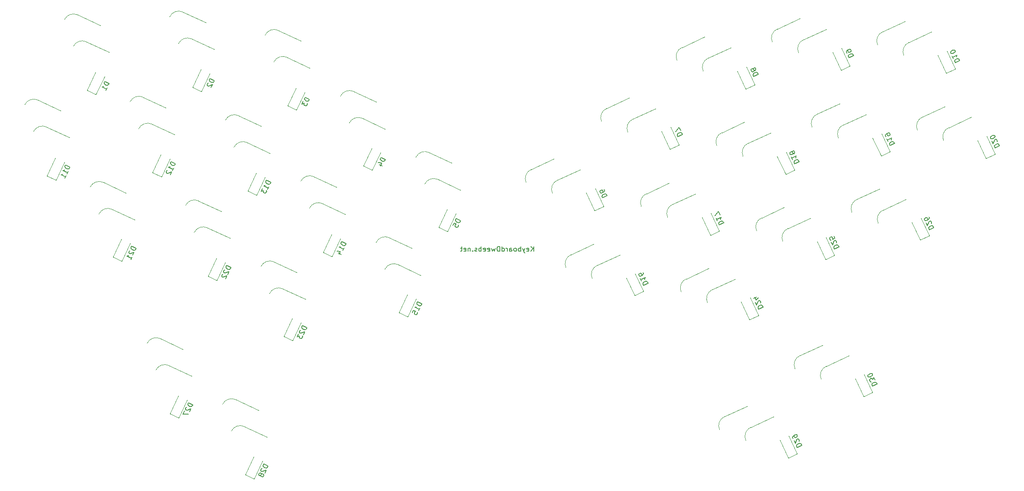
<source format=gbo>
G04 #@! TF.GenerationSoftware,KiCad,Pcbnew,7.0.1*
G04 #@! TF.CreationDate,2024-05-26T16:47:26-04:00*
G04 #@! TF.ProjectId,30,33302e6b-6963-4616-945f-706362585858,rev?*
G04 #@! TF.SameCoordinates,Original*
G04 #@! TF.FileFunction,Legend,Bot*
G04 #@! TF.FilePolarity,Positive*
%FSLAX46Y46*%
G04 Gerber Fmt 4.6, Leading zero omitted, Abs format (unit mm)*
G04 Created by KiCad (PCBNEW 7.0.1) date 2024-05-26 16:47:26*
%MOMM*%
%LPD*%
G01*
G04 APERTURE LIST*
G04 Aperture macros list*
%AMRoundRect*
0 Rectangle with rounded corners*
0 $1 Rounding radius*
0 $2 $3 $4 $5 $6 $7 $8 $9 X,Y pos of 4 corners*
0 Add a 4 corners polygon primitive as box body*
4,1,4,$2,$3,$4,$5,$6,$7,$8,$9,$2,$3,0*
0 Add four circle primitives for the rounded corners*
1,1,$1+$1,$2,$3*
1,1,$1+$1,$4,$5*
1,1,$1+$1,$6,$7*
1,1,$1+$1,$8,$9*
0 Add four rect primitives between the rounded corners*
20,1,$1+$1,$2,$3,$4,$5,0*
20,1,$1+$1,$4,$5,$6,$7,0*
20,1,$1+$1,$6,$7,$8,$9,0*
20,1,$1+$1,$8,$9,$2,$3,0*%
G04 Aperture macros list end*
%ADD10C,0.150000*%
%ADD11C,0.120000*%
%ADD12O,3.290000X1.500000*%
%ADD13O,1.500000X3.290000*%
%ADD14C,3.050000*%
%ADD15RoundRect,0.250000X-0.506347X-1.339492X1.351584X-0.473124X0.506347X1.339492X-1.351584X0.473124X0*%
%ADD16C,4.000000*%
%ADD17C,1.750000*%
%ADD18RoundRect,0.250000X-1.351584X-0.473124X0.506347X-1.339492X1.351584X0.473124X-0.506347X1.339492X0*%
%ADD19RoundRect,0.225000X0.434955X-0.045437X0.244776X0.362401X-0.434955X0.045437X-0.244776X-0.362401X0*%
%ADD20RoundRect,0.225000X0.244776X-0.362401X0.434955X0.045437X-0.244776X0.362401X-0.434955X-0.045437X0*%
G04 APERTURE END LIST*
D10*
X129281904Y-78227619D02*
X129281904Y-77227619D01*
X128710476Y-78227619D02*
X129139047Y-77656190D01*
X128710476Y-77227619D02*
X129281904Y-77799047D01*
X127900952Y-78180000D02*
X127996190Y-78227619D01*
X127996190Y-78227619D02*
X128186666Y-78227619D01*
X128186666Y-78227619D02*
X128281904Y-78180000D01*
X128281904Y-78180000D02*
X128329523Y-78084761D01*
X128329523Y-78084761D02*
X128329523Y-77703809D01*
X128329523Y-77703809D02*
X128281904Y-77608571D01*
X128281904Y-77608571D02*
X128186666Y-77560952D01*
X128186666Y-77560952D02*
X127996190Y-77560952D01*
X127996190Y-77560952D02*
X127900952Y-77608571D01*
X127900952Y-77608571D02*
X127853333Y-77703809D01*
X127853333Y-77703809D02*
X127853333Y-77799047D01*
X127853333Y-77799047D02*
X128329523Y-77894285D01*
X127519999Y-77560952D02*
X127281904Y-78227619D01*
X127043809Y-77560952D02*
X127281904Y-78227619D01*
X127281904Y-78227619D02*
X127377142Y-78465714D01*
X127377142Y-78465714D02*
X127424761Y-78513333D01*
X127424761Y-78513333D02*
X127519999Y-78560952D01*
X126662856Y-78227619D02*
X126662856Y-77227619D01*
X126662856Y-77608571D02*
X126567618Y-77560952D01*
X126567618Y-77560952D02*
X126377142Y-77560952D01*
X126377142Y-77560952D02*
X126281904Y-77608571D01*
X126281904Y-77608571D02*
X126234285Y-77656190D01*
X126234285Y-77656190D02*
X126186666Y-77751428D01*
X126186666Y-77751428D02*
X126186666Y-78037142D01*
X126186666Y-78037142D02*
X126234285Y-78132380D01*
X126234285Y-78132380D02*
X126281904Y-78180000D01*
X126281904Y-78180000D02*
X126377142Y-78227619D01*
X126377142Y-78227619D02*
X126567618Y-78227619D01*
X126567618Y-78227619D02*
X126662856Y-78180000D01*
X125615237Y-78227619D02*
X125710475Y-78180000D01*
X125710475Y-78180000D02*
X125758094Y-78132380D01*
X125758094Y-78132380D02*
X125805713Y-78037142D01*
X125805713Y-78037142D02*
X125805713Y-77751428D01*
X125805713Y-77751428D02*
X125758094Y-77656190D01*
X125758094Y-77656190D02*
X125710475Y-77608571D01*
X125710475Y-77608571D02*
X125615237Y-77560952D01*
X125615237Y-77560952D02*
X125472380Y-77560952D01*
X125472380Y-77560952D02*
X125377142Y-77608571D01*
X125377142Y-77608571D02*
X125329523Y-77656190D01*
X125329523Y-77656190D02*
X125281904Y-77751428D01*
X125281904Y-77751428D02*
X125281904Y-78037142D01*
X125281904Y-78037142D02*
X125329523Y-78132380D01*
X125329523Y-78132380D02*
X125377142Y-78180000D01*
X125377142Y-78180000D02*
X125472380Y-78227619D01*
X125472380Y-78227619D02*
X125615237Y-78227619D01*
X124424761Y-78227619D02*
X124424761Y-77703809D01*
X124424761Y-77703809D02*
X124472380Y-77608571D01*
X124472380Y-77608571D02*
X124567618Y-77560952D01*
X124567618Y-77560952D02*
X124758094Y-77560952D01*
X124758094Y-77560952D02*
X124853332Y-77608571D01*
X124424761Y-78180000D02*
X124519999Y-78227619D01*
X124519999Y-78227619D02*
X124758094Y-78227619D01*
X124758094Y-78227619D02*
X124853332Y-78180000D01*
X124853332Y-78180000D02*
X124900951Y-78084761D01*
X124900951Y-78084761D02*
X124900951Y-77989523D01*
X124900951Y-77989523D02*
X124853332Y-77894285D01*
X124853332Y-77894285D02*
X124758094Y-77846666D01*
X124758094Y-77846666D02*
X124519999Y-77846666D01*
X124519999Y-77846666D02*
X124424761Y-77799047D01*
X123948570Y-78227619D02*
X123948570Y-77560952D01*
X123948570Y-77751428D02*
X123900951Y-77656190D01*
X123900951Y-77656190D02*
X123853332Y-77608571D01*
X123853332Y-77608571D02*
X123758094Y-77560952D01*
X123758094Y-77560952D02*
X123662856Y-77560952D01*
X122900951Y-78227619D02*
X122900951Y-77227619D01*
X122900951Y-78180000D02*
X122996189Y-78227619D01*
X122996189Y-78227619D02*
X123186665Y-78227619D01*
X123186665Y-78227619D02*
X123281903Y-78180000D01*
X123281903Y-78180000D02*
X123329522Y-78132380D01*
X123329522Y-78132380D02*
X123377141Y-78037142D01*
X123377141Y-78037142D02*
X123377141Y-77751428D01*
X123377141Y-77751428D02*
X123329522Y-77656190D01*
X123329522Y-77656190D02*
X123281903Y-77608571D01*
X123281903Y-77608571D02*
X123186665Y-77560952D01*
X123186665Y-77560952D02*
X122996189Y-77560952D01*
X122996189Y-77560952D02*
X122900951Y-77608571D01*
X122424760Y-78227619D02*
X122424760Y-77227619D01*
X122424760Y-77227619D02*
X122186665Y-77227619D01*
X122186665Y-77227619D02*
X122043808Y-77275238D01*
X122043808Y-77275238D02*
X121948570Y-77370476D01*
X121948570Y-77370476D02*
X121900951Y-77465714D01*
X121900951Y-77465714D02*
X121853332Y-77656190D01*
X121853332Y-77656190D02*
X121853332Y-77799047D01*
X121853332Y-77799047D02*
X121900951Y-77989523D01*
X121900951Y-77989523D02*
X121948570Y-78084761D01*
X121948570Y-78084761D02*
X122043808Y-78180000D01*
X122043808Y-78180000D02*
X122186665Y-78227619D01*
X122186665Y-78227619D02*
X122424760Y-78227619D01*
X121519998Y-77560952D02*
X121329522Y-78227619D01*
X121329522Y-78227619D02*
X121139046Y-77751428D01*
X121139046Y-77751428D02*
X120948570Y-78227619D01*
X120948570Y-78227619D02*
X120758094Y-77560952D01*
X119996189Y-78180000D02*
X120091427Y-78227619D01*
X120091427Y-78227619D02*
X120281903Y-78227619D01*
X120281903Y-78227619D02*
X120377141Y-78180000D01*
X120377141Y-78180000D02*
X120424760Y-78084761D01*
X120424760Y-78084761D02*
X120424760Y-77703809D01*
X120424760Y-77703809D02*
X120377141Y-77608571D01*
X120377141Y-77608571D02*
X120281903Y-77560952D01*
X120281903Y-77560952D02*
X120091427Y-77560952D01*
X120091427Y-77560952D02*
X119996189Y-77608571D01*
X119996189Y-77608571D02*
X119948570Y-77703809D01*
X119948570Y-77703809D02*
X119948570Y-77799047D01*
X119948570Y-77799047D02*
X120424760Y-77894285D01*
X119139046Y-78180000D02*
X119234284Y-78227619D01*
X119234284Y-78227619D02*
X119424760Y-78227619D01*
X119424760Y-78227619D02*
X119519998Y-78180000D01*
X119519998Y-78180000D02*
X119567617Y-78084761D01*
X119567617Y-78084761D02*
X119567617Y-77703809D01*
X119567617Y-77703809D02*
X119519998Y-77608571D01*
X119519998Y-77608571D02*
X119424760Y-77560952D01*
X119424760Y-77560952D02*
X119234284Y-77560952D01*
X119234284Y-77560952D02*
X119139046Y-77608571D01*
X119139046Y-77608571D02*
X119091427Y-77703809D01*
X119091427Y-77703809D02*
X119091427Y-77799047D01*
X119091427Y-77799047D02*
X119567617Y-77894285D01*
X118662855Y-78227619D02*
X118662855Y-77227619D01*
X118662855Y-77608571D02*
X118567617Y-77560952D01*
X118567617Y-77560952D02*
X118377141Y-77560952D01*
X118377141Y-77560952D02*
X118281903Y-77608571D01*
X118281903Y-77608571D02*
X118234284Y-77656190D01*
X118234284Y-77656190D02*
X118186665Y-77751428D01*
X118186665Y-77751428D02*
X118186665Y-78037142D01*
X118186665Y-78037142D02*
X118234284Y-78132380D01*
X118234284Y-78132380D02*
X118281903Y-78180000D01*
X118281903Y-78180000D02*
X118377141Y-78227619D01*
X118377141Y-78227619D02*
X118567617Y-78227619D01*
X118567617Y-78227619D02*
X118662855Y-78180000D01*
X117805712Y-78180000D02*
X117710474Y-78227619D01*
X117710474Y-78227619D02*
X117519998Y-78227619D01*
X117519998Y-78227619D02*
X117424760Y-78180000D01*
X117424760Y-78180000D02*
X117377141Y-78084761D01*
X117377141Y-78084761D02*
X117377141Y-78037142D01*
X117377141Y-78037142D02*
X117424760Y-77941904D01*
X117424760Y-77941904D02*
X117519998Y-77894285D01*
X117519998Y-77894285D02*
X117662855Y-77894285D01*
X117662855Y-77894285D02*
X117758093Y-77846666D01*
X117758093Y-77846666D02*
X117805712Y-77751428D01*
X117805712Y-77751428D02*
X117805712Y-77703809D01*
X117805712Y-77703809D02*
X117758093Y-77608571D01*
X117758093Y-77608571D02*
X117662855Y-77560952D01*
X117662855Y-77560952D02*
X117519998Y-77560952D01*
X117519998Y-77560952D02*
X117424760Y-77608571D01*
X116948569Y-78132380D02*
X116900950Y-78180000D01*
X116900950Y-78180000D02*
X116948569Y-78227619D01*
X116948569Y-78227619D02*
X116996188Y-78180000D01*
X116996188Y-78180000D02*
X116948569Y-78132380D01*
X116948569Y-78132380D02*
X116948569Y-78227619D01*
X116472379Y-77560952D02*
X116472379Y-78227619D01*
X116472379Y-77656190D02*
X116424760Y-77608571D01*
X116424760Y-77608571D02*
X116329522Y-77560952D01*
X116329522Y-77560952D02*
X116186665Y-77560952D01*
X116186665Y-77560952D02*
X116091427Y-77608571D01*
X116091427Y-77608571D02*
X116043808Y-77703809D01*
X116043808Y-77703809D02*
X116043808Y-78227619D01*
X115186665Y-78180000D02*
X115281903Y-78227619D01*
X115281903Y-78227619D02*
X115472379Y-78227619D01*
X115472379Y-78227619D02*
X115567617Y-78180000D01*
X115567617Y-78180000D02*
X115615236Y-78084761D01*
X115615236Y-78084761D02*
X115615236Y-77703809D01*
X115615236Y-77703809D02*
X115567617Y-77608571D01*
X115567617Y-77608571D02*
X115472379Y-77560952D01*
X115472379Y-77560952D02*
X115281903Y-77560952D01*
X115281903Y-77560952D02*
X115186665Y-77608571D01*
X115186665Y-77608571D02*
X115139046Y-77703809D01*
X115139046Y-77703809D02*
X115139046Y-77799047D01*
X115139046Y-77799047D02*
X115615236Y-77894285D01*
X114853331Y-77560952D02*
X114472379Y-77560952D01*
X114710474Y-77227619D02*
X114710474Y-78084761D01*
X114710474Y-78084761D02*
X114662855Y-78180000D01*
X114662855Y-78180000D02*
X114567617Y-78227619D01*
X114567617Y-78227619D02*
X114472379Y-78227619D01*
X197808452Y-105529181D02*
X198714759Y-105106563D01*
X198714759Y-105106563D02*
X198614136Y-104890776D01*
X198614136Y-104890776D02*
X198510604Y-104781428D01*
X198510604Y-104781428D02*
X198384040Y-104735362D01*
X198384040Y-104735362D02*
X198277600Y-104732454D01*
X198277600Y-104732454D02*
X198084846Y-104769795D01*
X198084846Y-104769795D02*
X197955373Y-104830169D01*
X197955373Y-104830169D02*
X197802868Y-104953825D01*
X197802868Y-104953825D02*
X197736677Y-105037232D01*
X197736677Y-105037232D02*
X197690612Y-105163797D01*
X197690612Y-105163797D02*
X197707828Y-105313394D01*
X197707828Y-105313394D02*
X197808452Y-105529181D01*
X198332390Y-104286570D02*
X198070770Y-103725523D01*
X198070770Y-103725523D02*
X197866382Y-104188623D01*
X197866382Y-104188623D02*
X197806008Y-104059150D01*
X197806008Y-104059150D02*
X197722601Y-103992960D01*
X197722601Y-103992960D02*
X197659319Y-103969927D01*
X197659319Y-103969927D02*
X197552879Y-103967019D01*
X197552879Y-103967019D02*
X197337092Y-104067642D01*
X197337092Y-104067642D02*
X197270902Y-104151049D01*
X197270902Y-104151049D02*
X197247869Y-104214331D01*
X197247869Y-104214331D02*
X197244961Y-104320771D01*
X197244961Y-104320771D02*
X197365709Y-104579716D01*
X197365709Y-104579716D02*
X197449116Y-104645906D01*
X197449116Y-104645906D02*
X197512398Y-104668939D01*
X197809149Y-103164475D02*
X197768899Y-103078160D01*
X197768899Y-103078160D02*
X197685493Y-103011970D01*
X197685493Y-103011970D02*
X197622210Y-102988937D01*
X197622210Y-102988937D02*
X197515771Y-102986029D01*
X197515771Y-102986029D02*
X197323016Y-103023370D01*
X197323016Y-103023370D02*
X197107228Y-103123993D01*
X197107228Y-103123993D02*
X196954723Y-103247649D01*
X196954723Y-103247649D02*
X196888533Y-103331056D01*
X196888533Y-103331056D02*
X196865500Y-103394339D01*
X196865500Y-103394339D02*
X196862592Y-103500778D01*
X196862592Y-103500778D02*
X196902841Y-103587093D01*
X196902841Y-103587093D02*
X196986248Y-103653284D01*
X196986248Y-103653284D02*
X197049530Y-103676316D01*
X197049530Y-103676316D02*
X197155970Y-103679225D01*
X197155970Y-103679225D02*
X197348725Y-103641883D01*
X197348725Y-103641883D02*
X197564512Y-103541260D01*
X197564512Y-103541260D02*
X197717017Y-103417604D01*
X197717017Y-103417604D02*
X197783208Y-103334197D01*
X197783208Y-103334197D02*
X197806241Y-103270915D01*
X197806241Y-103270915D02*
X197809149Y-103164475D01*
X182582845Y-117953900D02*
X183489152Y-117531282D01*
X183489152Y-117531282D02*
X183388529Y-117315495D01*
X183388529Y-117315495D02*
X183284997Y-117206147D01*
X183284997Y-117206147D02*
X183158433Y-117160081D01*
X183158433Y-117160081D02*
X183051993Y-117157173D01*
X183051993Y-117157173D02*
X182859239Y-117194514D01*
X182859239Y-117194514D02*
X182729766Y-117254888D01*
X182729766Y-117254888D02*
X182577261Y-117378544D01*
X182577261Y-117378544D02*
X182511070Y-117461951D01*
X182511070Y-117461951D02*
X182465005Y-117588516D01*
X182465005Y-117588516D02*
X182482221Y-117738113D01*
X182482221Y-117738113D02*
X182582845Y-117953900D01*
X183000344Y-116708381D02*
X183023377Y-116645099D01*
X183023377Y-116645099D02*
X183026285Y-116538659D01*
X183026285Y-116538659D02*
X182925661Y-116322872D01*
X182925661Y-116322872D02*
X182842254Y-116256681D01*
X182842254Y-116256681D02*
X182778972Y-116233649D01*
X182778972Y-116233649D02*
X182672533Y-116230740D01*
X182672533Y-116230740D02*
X182586218Y-116270990D01*
X182586218Y-116270990D02*
X182476870Y-116374521D01*
X182476870Y-116374521D02*
X182200476Y-117133908D01*
X182200476Y-117133908D02*
X181938855Y-116572860D01*
X181737608Y-116141285D02*
X181657109Y-115968655D01*
X181657109Y-115968655D02*
X181660017Y-115862215D01*
X181660017Y-115862215D02*
X181683050Y-115798933D01*
X181683050Y-115798933D02*
X181772274Y-115652244D01*
X181772274Y-115652244D02*
X181924779Y-115528588D01*
X181924779Y-115528588D02*
X182270039Y-115367590D01*
X182270039Y-115367590D02*
X182376479Y-115370498D01*
X182376479Y-115370498D02*
X182439761Y-115393531D01*
X182439761Y-115393531D02*
X182523168Y-115459721D01*
X182523168Y-115459721D02*
X182603666Y-115632351D01*
X182603666Y-115632351D02*
X182600758Y-115738791D01*
X182600758Y-115738791D02*
X182577725Y-115802073D01*
X182577725Y-115802073D02*
X182511535Y-115885480D01*
X182511535Y-115885480D02*
X182295748Y-115986104D01*
X182295748Y-115986104D02*
X182189308Y-115983196D01*
X182189308Y-115983196D02*
X182126026Y-115960163D01*
X182126026Y-115960163D02*
X182042619Y-115893972D01*
X182042619Y-115893972D02*
X181962120Y-115721342D01*
X181962120Y-115721342D02*
X181965028Y-115614903D01*
X181965028Y-115614903D02*
X181988061Y-115551620D01*
X181988061Y-115551620D02*
X182054251Y-115468213D01*
X75584661Y-121734833D02*
X74678353Y-121312215D01*
X74678353Y-121312215D02*
X74577730Y-121528002D01*
X74577730Y-121528002D02*
X74560513Y-121677600D01*
X74560513Y-121677600D02*
X74606579Y-121804164D01*
X74606579Y-121804164D02*
X74672769Y-121887571D01*
X74672769Y-121887571D02*
X74825275Y-122011227D01*
X74825275Y-122011227D02*
X74954747Y-122071601D01*
X74954747Y-122071601D02*
X75147502Y-122108942D01*
X75147502Y-122108942D02*
X75253942Y-122106034D01*
X75253942Y-122106034D02*
X75380506Y-122059969D01*
X75380506Y-122059969D02*
X75484038Y-121950621D01*
X75484038Y-121950621D02*
X75584661Y-121734833D01*
X74362175Y-122215614D02*
X74298893Y-122238647D01*
X74298893Y-122238647D02*
X74215486Y-122304838D01*
X74215486Y-122304838D02*
X74114862Y-122520625D01*
X74114862Y-122520625D02*
X74117770Y-122627065D01*
X74117770Y-122627065D02*
X74140803Y-122690347D01*
X74140803Y-122690347D02*
X74206994Y-122773754D01*
X74206994Y-122773754D02*
X74293309Y-122814003D01*
X74293309Y-122814003D02*
X74442906Y-122831220D01*
X74442906Y-122831220D02*
X75202292Y-122554826D01*
X75202292Y-122554826D02*
X74940671Y-123115874D01*
X74181285Y-123392268D02*
X74178377Y-123285828D01*
X74178377Y-123285828D02*
X74155344Y-123222546D01*
X74155344Y-123222546D02*
X74089154Y-123139139D01*
X74089154Y-123139139D02*
X74045996Y-123119014D01*
X74045996Y-123119014D02*
X73939556Y-123121922D01*
X73939556Y-123121922D02*
X73876274Y-123144955D01*
X73876274Y-123144955D02*
X73792867Y-123211145D01*
X73792867Y-123211145D02*
X73712369Y-123383776D01*
X73712369Y-123383776D02*
X73715277Y-123490215D01*
X73715277Y-123490215D02*
X73738310Y-123553497D01*
X73738310Y-123553497D02*
X73804500Y-123636904D01*
X73804500Y-123636904D02*
X73847658Y-123657029D01*
X73847658Y-123657029D02*
X73954097Y-123654121D01*
X73954097Y-123654121D02*
X74017379Y-123631088D01*
X74017379Y-123631088D02*
X74100786Y-123564898D01*
X74100786Y-123564898D02*
X74181285Y-123392268D01*
X74181285Y-123392268D02*
X74264692Y-123326077D01*
X74264692Y-123326077D02*
X74327974Y-123303044D01*
X74327974Y-123303044D02*
X74434414Y-123300136D01*
X74434414Y-123300136D02*
X74607044Y-123380635D01*
X74607044Y-123380635D02*
X74673234Y-123464042D01*
X74673234Y-123464042D02*
X74696267Y-123527324D01*
X74696267Y-123527324D02*
X74699175Y-123633764D01*
X74699175Y-123633764D02*
X74618676Y-123806394D01*
X74618676Y-123806394D02*
X74535270Y-123872584D01*
X74535270Y-123872584D02*
X74471987Y-123895617D01*
X74471987Y-123895617D02*
X74365548Y-123898525D01*
X74365548Y-123898525D02*
X74192918Y-123818026D01*
X74192918Y-123818026D02*
X74126727Y-123734620D01*
X74126727Y-123734620D02*
X74103694Y-123671337D01*
X74103694Y-123671337D02*
X74100786Y-123564898D01*
X60359054Y-109310113D02*
X59452746Y-108887495D01*
X59452746Y-108887495D02*
X59352123Y-109103282D01*
X59352123Y-109103282D02*
X59334906Y-109252880D01*
X59334906Y-109252880D02*
X59380972Y-109379444D01*
X59380972Y-109379444D02*
X59447162Y-109462851D01*
X59447162Y-109462851D02*
X59599668Y-109586507D01*
X59599668Y-109586507D02*
X59729140Y-109646881D01*
X59729140Y-109646881D02*
X59921895Y-109684222D01*
X59921895Y-109684222D02*
X60028335Y-109681314D01*
X60028335Y-109681314D02*
X60154899Y-109635249D01*
X60154899Y-109635249D02*
X60258431Y-109525901D01*
X60258431Y-109525901D02*
X60359054Y-109310113D01*
X59136568Y-109790894D02*
X59073286Y-109813927D01*
X59073286Y-109813927D02*
X58989879Y-109880118D01*
X58989879Y-109880118D02*
X58889255Y-110095905D01*
X58889255Y-110095905D02*
X58892163Y-110202345D01*
X58892163Y-110202345D02*
X58915196Y-110265627D01*
X58915196Y-110265627D02*
X58981387Y-110349034D01*
X58981387Y-110349034D02*
X59067702Y-110389283D01*
X59067702Y-110389283D02*
X59217299Y-110406500D01*
X59217299Y-110406500D02*
X59976685Y-110130106D01*
X59976685Y-110130106D02*
X59715064Y-110691154D01*
X58667884Y-110570638D02*
X58386138Y-111174843D01*
X58386138Y-111174843D02*
X59473568Y-111209044D01*
X209299473Y-73826579D02*
X210205780Y-73403961D01*
X210205780Y-73403961D02*
X210105157Y-73188174D01*
X210105157Y-73188174D02*
X210001625Y-73078826D01*
X210001625Y-73078826D02*
X209875061Y-73032760D01*
X209875061Y-73032760D02*
X209768621Y-73029852D01*
X209768621Y-73029852D02*
X209575867Y-73067193D01*
X209575867Y-73067193D02*
X209446394Y-73127567D01*
X209446394Y-73127567D02*
X209293889Y-73251223D01*
X209293889Y-73251223D02*
X209227698Y-73334630D01*
X209227698Y-73334630D02*
X209181633Y-73461195D01*
X209181633Y-73461195D02*
X209198849Y-73610792D01*
X209198849Y-73610792D02*
X209299473Y-73826579D01*
X209716972Y-72581060D02*
X209740005Y-72517778D01*
X209740005Y-72517778D02*
X209742913Y-72411338D01*
X209742913Y-72411338D02*
X209642289Y-72195551D01*
X209642289Y-72195551D02*
X209558882Y-72129360D01*
X209558882Y-72129360D02*
X209495600Y-72106328D01*
X209495600Y-72106328D02*
X209389161Y-72103419D01*
X209389161Y-72103419D02*
X209302846Y-72143669D01*
X209302846Y-72143669D02*
X209193498Y-72247200D01*
X209193498Y-72247200D02*
X208917104Y-73006587D01*
X208917104Y-73006587D02*
X208655483Y-72445539D01*
X209199546Y-71246085D02*
X209280045Y-71418715D01*
X209280045Y-71418715D02*
X209277137Y-71525155D01*
X209277137Y-71525155D02*
X209254104Y-71588437D01*
X209254104Y-71588437D02*
X209164881Y-71735126D01*
X209164881Y-71735126D02*
X209012376Y-71858783D01*
X209012376Y-71858783D02*
X208667115Y-72019780D01*
X208667115Y-72019780D02*
X208560676Y-72016872D01*
X208560676Y-72016872D02*
X208497394Y-71993839D01*
X208497394Y-71993839D02*
X208413987Y-71927649D01*
X208413987Y-71927649D02*
X208333488Y-71755019D01*
X208333488Y-71755019D02*
X208336396Y-71648579D01*
X208336396Y-71648579D02*
X208359429Y-71585297D01*
X208359429Y-71585297D02*
X208425619Y-71501890D01*
X208425619Y-71501890D02*
X208641407Y-71401267D01*
X208641407Y-71401267D02*
X208747847Y-71404175D01*
X208747847Y-71404175D02*
X208811129Y-71427208D01*
X208811129Y-71427208D02*
X208894536Y-71493398D01*
X208894536Y-71493398D02*
X208975034Y-71666028D01*
X208975034Y-71666028D02*
X208972126Y-71772468D01*
X208972126Y-71772468D02*
X208949093Y-71835750D01*
X208949093Y-71835750D02*
X208882903Y-71919157D01*
X190102099Y-77733817D02*
X191008406Y-77311199D01*
X191008406Y-77311199D02*
X190907783Y-77095412D01*
X190907783Y-77095412D02*
X190804251Y-76986064D01*
X190804251Y-76986064D02*
X190677687Y-76939998D01*
X190677687Y-76939998D02*
X190571247Y-76937090D01*
X190571247Y-76937090D02*
X190378493Y-76974431D01*
X190378493Y-76974431D02*
X190249020Y-77034805D01*
X190249020Y-77034805D02*
X190096515Y-77158461D01*
X190096515Y-77158461D02*
X190030324Y-77241868D01*
X190030324Y-77241868D02*
X189984259Y-77368433D01*
X189984259Y-77368433D02*
X190001475Y-77518030D01*
X190001475Y-77518030D02*
X190102099Y-77733817D01*
X190519598Y-76488298D02*
X190542631Y-76425016D01*
X190542631Y-76425016D02*
X190545539Y-76318576D01*
X190545539Y-76318576D02*
X190444915Y-76102789D01*
X190444915Y-76102789D02*
X190361508Y-76036598D01*
X190361508Y-76036598D02*
X190298226Y-76013566D01*
X190298226Y-76013566D02*
X190191787Y-76010657D01*
X190191787Y-76010657D02*
X190105472Y-76050907D01*
X190105472Y-76050907D02*
X189996124Y-76154438D01*
X189996124Y-76154438D02*
X189719730Y-76913825D01*
X189719730Y-76913825D02*
X189458109Y-76352777D01*
X189982048Y-75110166D02*
X190183295Y-75541741D01*
X190183295Y-75541741D02*
X189771844Y-75786145D01*
X189771844Y-75786145D02*
X189794877Y-75722863D01*
X189794877Y-75722863D02*
X189797785Y-75616423D01*
X189797785Y-75616423D02*
X189697162Y-75400636D01*
X189697162Y-75400636D02*
X189613755Y-75334446D01*
X189613755Y-75334446D02*
X189550473Y-75311413D01*
X189550473Y-75311413D02*
X189444033Y-75308505D01*
X189444033Y-75308505D02*
X189228245Y-75409128D01*
X189228245Y-75409128D02*
X189162055Y-75492535D01*
X189162055Y-75492535D02*
X189139022Y-75555817D01*
X189139022Y-75555817D02*
X189136114Y-75662257D01*
X189136114Y-75662257D02*
X189236737Y-75878044D01*
X189236737Y-75878044D02*
X189320144Y-75944235D01*
X189320144Y-75944235D02*
X189383426Y-75967267D01*
X174769146Y-89928334D02*
X175675453Y-89505716D01*
X175675453Y-89505716D02*
X175574830Y-89289929D01*
X175574830Y-89289929D02*
X175471298Y-89180581D01*
X175471298Y-89180581D02*
X175344734Y-89134515D01*
X175344734Y-89134515D02*
X175238294Y-89131607D01*
X175238294Y-89131607D02*
X175045540Y-89168948D01*
X175045540Y-89168948D02*
X174916067Y-89229322D01*
X174916067Y-89229322D02*
X174763562Y-89352978D01*
X174763562Y-89352978D02*
X174697371Y-89436385D01*
X174697371Y-89436385D02*
X174651306Y-89562950D01*
X174651306Y-89562950D02*
X174668522Y-89712547D01*
X174668522Y-89712547D02*
X174769146Y-89928334D01*
X175186645Y-88682815D02*
X175209678Y-88619533D01*
X175209678Y-88619533D02*
X175212586Y-88513093D01*
X175212586Y-88513093D02*
X175111962Y-88297306D01*
X175111962Y-88297306D02*
X175028555Y-88231115D01*
X175028555Y-88231115D02*
X174965273Y-88208083D01*
X174965273Y-88208083D02*
X174858834Y-88205174D01*
X174858834Y-88205174D02*
X174772519Y-88245424D01*
X174772519Y-88245424D02*
X174663171Y-88348955D01*
X174663171Y-88348955D02*
X174386777Y-89108342D01*
X174386777Y-89108342D02*
X174125156Y-88547294D01*
X174367117Y-87488713D02*
X173762912Y-87770459D01*
X174813000Y-87543503D02*
X174266261Y-88061161D01*
X174266261Y-88061161D02*
X174004640Y-87500113D01*
X83398360Y-93709267D02*
X82492052Y-93286649D01*
X82492052Y-93286649D02*
X82391429Y-93502436D01*
X82391429Y-93502436D02*
X82374212Y-93652034D01*
X82374212Y-93652034D02*
X82420278Y-93778598D01*
X82420278Y-93778598D02*
X82486468Y-93862005D01*
X82486468Y-93862005D02*
X82638974Y-93985661D01*
X82638974Y-93985661D02*
X82768446Y-94046035D01*
X82768446Y-94046035D02*
X82961201Y-94083376D01*
X82961201Y-94083376D02*
X83067641Y-94080468D01*
X83067641Y-94080468D02*
X83194205Y-94034403D01*
X83194205Y-94034403D02*
X83297737Y-93925055D01*
X83297737Y-93925055D02*
X83398360Y-93709267D01*
X82175874Y-94190048D02*
X82112592Y-94213081D01*
X82112592Y-94213081D02*
X82029185Y-94279272D01*
X82029185Y-94279272D02*
X81928561Y-94495059D01*
X81928561Y-94495059D02*
X81931469Y-94601499D01*
X81931469Y-94601499D02*
X81954502Y-94664781D01*
X81954502Y-94664781D02*
X82020693Y-94748188D01*
X82020693Y-94748188D02*
X82107008Y-94788437D01*
X82107008Y-94788437D02*
X82256605Y-94805654D01*
X82256605Y-94805654D02*
X83015991Y-94529260D01*
X83015991Y-94529260D02*
X82754370Y-95090308D01*
X81707190Y-94969792D02*
X81445569Y-95530840D01*
X81445569Y-95530840D02*
X81931702Y-95389734D01*
X81931702Y-95389734D02*
X81871328Y-95519207D01*
X81871328Y-95519207D02*
X81874236Y-95625647D01*
X81874236Y-95625647D02*
X81897269Y-95688929D01*
X81897269Y-95688929D02*
X81963459Y-95772336D01*
X81963459Y-95772336D02*
X82179247Y-95872959D01*
X82179247Y-95872959D02*
X82285686Y-95870051D01*
X82285686Y-95870051D02*
X82348969Y-95847018D01*
X82348969Y-95847018D02*
X82432375Y-95780828D01*
X82432375Y-95780828D02*
X82553124Y-95521883D01*
X82553124Y-95521883D02*
X82550215Y-95415443D01*
X82550215Y-95415443D02*
X82527183Y-95352161D01*
X68065407Y-81514750D02*
X67159099Y-81092132D01*
X67159099Y-81092132D02*
X67058476Y-81307919D01*
X67058476Y-81307919D02*
X67041259Y-81457517D01*
X67041259Y-81457517D02*
X67087325Y-81584081D01*
X67087325Y-81584081D02*
X67153515Y-81667488D01*
X67153515Y-81667488D02*
X67306021Y-81791144D01*
X67306021Y-81791144D02*
X67435493Y-81851518D01*
X67435493Y-81851518D02*
X67628248Y-81888859D01*
X67628248Y-81888859D02*
X67734688Y-81885951D01*
X67734688Y-81885951D02*
X67861252Y-81839886D01*
X67861252Y-81839886D02*
X67964784Y-81730538D01*
X67964784Y-81730538D02*
X68065407Y-81514750D01*
X66842921Y-81995531D02*
X66779639Y-82018564D01*
X66779639Y-82018564D02*
X66696232Y-82084755D01*
X66696232Y-82084755D02*
X66595608Y-82300542D01*
X66595608Y-82300542D02*
X66598516Y-82406982D01*
X66598516Y-82406982D02*
X66621549Y-82470264D01*
X66621549Y-82470264D02*
X66687740Y-82553671D01*
X66687740Y-82553671D02*
X66774055Y-82593920D01*
X66774055Y-82593920D02*
X66923652Y-82611137D01*
X66923652Y-82611137D02*
X67683038Y-82334743D01*
X67683038Y-82334743D02*
X67421417Y-82895791D01*
X66440427Y-82858682D02*
X66377145Y-82881715D01*
X66377145Y-82881715D02*
X66293738Y-82947905D01*
X66293738Y-82947905D02*
X66193115Y-83163693D01*
X66193115Y-83163693D02*
X66196023Y-83270132D01*
X66196023Y-83270132D02*
X66219056Y-83333414D01*
X66219056Y-83333414D02*
X66285246Y-83416821D01*
X66285246Y-83416821D02*
X66371561Y-83457071D01*
X66371561Y-83457071D02*
X66521158Y-83474287D01*
X66521158Y-83474287D02*
X67280545Y-83197893D01*
X67280545Y-83197893D02*
X67018924Y-83758941D01*
X48868033Y-77607511D02*
X47961725Y-77184893D01*
X47961725Y-77184893D02*
X47861102Y-77400680D01*
X47861102Y-77400680D02*
X47843885Y-77550278D01*
X47843885Y-77550278D02*
X47889951Y-77676842D01*
X47889951Y-77676842D02*
X47956141Y-77760249D01*
X47956141Y-77760249D02*
X48108647Y-77883905D01*
X48108647Y-77883905D02*
X48238119Y-77944279D01*
X48238119Y-77944279D02*
X48430874Y-77981620D01*
X48430874Y-77981620D02*
X48537314Y-77978712D01*
X48537314Y-77978712D02*
X48663878Y-77932647D01*
X48663878Y-77932647D02*
X48767410Y-77823299D01*
X48767410Y-77823299D02*
X48868033Y-77607511D01*
X47645547Y-78088292D02*
X47582265Y-78111325D01*
X47582265Y-78111325D02*
X47498858Y-78177516D01*
X47498858Y-78177516D02*
X47398234Y-78393303D01*
X47398234Y-78393303D02*
X47401142Y-78499743D01*
X47401142Y-78499743D02*
X47424175Y-78563025D01*
X47424175Y-78563025D02*
X47490366Y-78646432D01*
X47490366Y-78646432D02*
X47576681Y-78686681D01*
X47576681Y-78686681D02*
X47726278Y-78703898D01*
X47726278Y-78703898D02*
X48485664Y-78427504D01*
X48485664Y-78427504D02*
X48224043Y-78988552D01*
X47821550Y-79851702D02*
X48063046Y-79333812D01*
X47942298Y-79592757D02*
X47035990Y-79170139D01*
X47035990Y-79170139D02*
X47205712Y-79144198D01*
X47205712Y-79144198D02*
X47332276Y-79098132D01*
X47332276Y-79098132D02*
X47415683Y-79031942D01*
X222592870Y-57258220D02*
X223499177Y-56835602D01*
X223499177Y-56835602D02*
X223398554Y-56619815D01*
X223398554Y-56619815D02*
X223295022Y-56510467D01*
X223295022Y-56510467D02*
X223168458Y-56464401D01*
X223168458Y-56464401D02*
X223062018Y-56461493D01*
X223062018Y-56461493D02*
X222869264Y-56498834D01*
X222869264Y-56498834D02*
X222739791Y-56559208D01*
X222739791Y-56559208D02*
X222587286Y-56682864D01*
X222587286Y-56682864D02*
X222521095Y-56766271D01*
X222521095Y-56766271D02*
X222475030Y-56892836D01*
X222475030Y-56892836D02*
X222492246Y-57042433D01*
X222492246Y-57042433D02*
X222592870Y-57258220D01*
X223010369Y-56012701D02*
X223033402Y-55949419D01*
X223033402Y-55949419D02*
X223036310Y-55842979D01*
X223036310Y-55842979D02*
X222935686Y-55627192D01*
X222935686Y-55627192D02*
X222852279Y-55561001D01*
X222852279Y-55561001D02*
X222788997Y-55537969D01*
X222788997Y-55537969D02*
X222682558Y-55535060D01*
X222682558Y-55535060D02*
X222596243Y-55575310D01*
X222596243Y-55575310D02*
X222486895Y-55678841D01*
X222486895Y-55678841D02*
X222210501Y-56438228D01*
X222210501Y-56438228D02*
X221948880Y-55877180D01*
X222593567Y-54893514D02*
X222553317Y-54807199D01*
X222553317Y-54807199D02*
X222469911Y-54741009D01*
X222469911Y-54741009D02*
X222406628Y-54717976D01*
X222406628Y-54717976D02*
X222300189Y-54715068D01*
X222300189Y-54715068D02*
X222107434Y-54752409D01*
X222107434Y-54752409D02*
X221891646Y-54853032D01*
X221891646Y-54853032D02*
X221739141Y-54976688D01*
X221739141Y-54976688D02*
X221672951Y-55060095D01*
X221672951Y-55060095D02*
X221649918Y-55123378D01*
X221649918Y-55123378D02*
X221647010Y-55229817D01*
X221647010Y-55229817D02*
X221687259Y-55316132D01*
X221687259Y-55316132D02*
X221770666Y-55382323D01*
X221770666Y-55382323D02*
X221833948Y-55405355D01*
X221833948Y-55405355D02*
X221940388Y-55408264D01*
X221940388Y-55408264D02*
X222133143Y-55370922D01*
X222133143Y-55370922D02*
X222348930Y-55270299D01*
X222348930Y-55270299D02*
X222501435Y-55146643D01*
X222501435Y-55146643D02*
X222567626Y-55063236D01*
X222567626Y-55063236D02*
X222590659Y-54999954D01*
X222590659Y-54999954D02*
X222593567Y-54893514D01*
X201355940Y-56791617D02*
X202262247Y-56368999D01*
X202262247Y-56368999D02*
X202161624Y-56153212D01*
X202161624Y-56153212D02*
X202058092Y-56043864D01*
X202058092Y-56043864D02*
X201931528Y-55997798D01*
X201931528Y-55997798D02*
X201825088Y-55994890D01*
X201825088Y-55994890D02*
X201632334Y-56032231D01*
X201632334Y-56032231D02*
X201502861Y-56092605D01*
X201502861Y-56092605D02*
X201350356Y-56216261D01*
X201350356Y-56216261D02*
X201284165Y-56299668D01*
X201284165Y-56299668D02*
X201238100Y-56426233D01*
X201238100Y-56426233D02*
X201255316Y-56575830D01*
X201255316Y-56575830D02*
X201355940Y-56791617D01*
X200711950Y-55410577D02*
X200953446Y-55928467D01*
X200832698Y-55669522D02*
X201739006Y-55246904D01*
X201739006Y-55246904D02*
X201649783Y-55393593D01*
X201649783Y-55393593D02*
X201603717Y-55520157D01*
X201603717Y-55520157D02*
X201600809Y-55626597D01*
X200510703Y-54979002D02*
X200430204Y-54806372D01*
X200430204Y-54806372D02*
X200433112Y-54699932D01*
X200433112Y-54699932D02*
X200456145Y-54636650D01*
X200456145Y-54636650D02*
X200545369Y-54489961D01*
X200545369Y-54489961D02*
X200697874Y-54366305D01*
X200697874Y-54366305D02*
X201043134Y-54205307D01*
X201043134Y-54205307D02*
X201149574Y-54208215D01*
X201149574Y-54208215D02*
X201212856Y-54231248D01*
X201212856Y-54231248D02*
X201296263Y-54297438D01*
X201296263Y-54297438D02*
X201376761Y-54470068D01*
X201376761Y-54470068D02*
X201373853Y-54576508D01*
X201373853Y-54576508D02*
X201350820Y-54639790D01*
X201350820Y-54639790D02*
X201284630Y-54723197D01*
X201284630Y-54723197D02*
X201068843Y-54823821D01*
X201068843Y-54823821D02*
X200962403Y-54820913D01*
X200962403Y-54820913D02*
X200899121Y-54797880D01*
X200899121Y-54797880D02*
X200815714Y-54731689D01*
X200815714Y-54731689D02*
X200735215Y-54559059D01*
X200735215Y-54559059D02*
X200738123Y-54452620D01*
X200738123Y-54452620D02*
X200761156Y-54389337D01*
X200761156Y-54389337D02*
X200827346Y-54305930D01*
X182051221Y-60468654D02*
X182957528Y-60046036D01*
X182957528Y-60046036D02*
X182856905Y-59830249D01*
X182856905Y-59830249D02*
X182753373Y-59720901D01*
X182753373Y-59720901D02*
X182626809Y-59674835D01*
X182626809Y-59674835D02*
X182520369Y-59671927D01*
X182520369Y-59671927D02*
X182327615Y-59709268D01*
X182327615Y-59709268D02*
X182198142Y-59769642D01*
X182198142Y-59769642D02*
X182045637Y-59893298D01*
X182045637Y-59893298D02*
X181979446Y-59976705D01*
X181979446Y-59976705D02*
X181933381Y-60103270D01*
X181933381Y-60103270D02*
X181950597Y-60252867D01*
X181950597Y-60252867D02*
X182051221Y-60468654D01*
X181407231Y-59087614D02*
X181648727Y-59605504D01*
X181527979Y-59346559D02*
X182434287Y-58923941D01*
X182434287Y-58923941D02*
X182345064Y-59070630D01*
X182345064Y-59070630D02*
X182298998Y-59197194D01*
X182298998Y-59197194D02*
X182296090Y-59303634D01*
X181683625Y-58328228D02*
X181767032Y-58394418D01*
X181767032Y-58394418D02*
X181830314Y-58417451D01*
X181830314Y-58417451D02*
X181936754Y-58420359D01*
X181936754Y-58420359D02*
X181979911Y-58400234D01*
X181979911Y-58400234D02*
X182046101Y-58316827D01*
X182046101Y-58316827D02*
X182069134Y-58253545D01*
X182069134Y-58253545D02*
X182072042Y-58147105D01*
X182072042Y-58147105D02*
X181991544Y-57974475D01*
X181991544Y-57974475D02*
X181908137Y-57908285D01*
X181908137Y-57908285D02*
X181844855Y-57885252D01*
X181844855Y-57885252D02*
X181738415Y-57882344D01*
X181738415Y-57882344D02*
X181695257Y-57902469D01*
X181695257Y-57902469D02*
X181629067Y-57985876D01*
X181629067Y-57985876D02*
X181606034Y-58049158D01*
X181606034Y-58049158D02*
X181603126Y-58155598D01*
X181603126Y-58155598D02*
X181683625Y-58328228D01*
X181683625Y-58328228D02*
X181680717Y-58434667D01*
X181680717Y-58434667D02*
X181657684Y-58497950D01*
X181657684Y-58497950D02*
X181591494Y-58581356D01*
X181591494Y-58581356D02*
X181418863Y-58661855D01*
X181418863Y-58661855D02*
X181312424Y-58658947D01*
X181312424Y-58658947D02*
X181249142Y-58635914D01*
X181249142Y-58635914D02*
X181165735Y-58569724D01*
X181165735Y-58569724D02*
X181085236Y-58397094D01*
X181085236Y-58397094D02*
X181088144Y-58290654D01*
X181088144Y-58290654D02*
X181111177Y-58227372D01*
X181111177Y-58227372D02*
X181177367Y-58143965D01*
X181177367Y-58143965D02*
X181349997Y-58063466D01*
X181349997Y-58063466D02*
X181456437Y-58066374D01*
X181456437Y-58066374D02*
X181519719Y-58089407D01*
X181519719Y-58089407D02*
X181603126Y-58155598D01*
X166825613Y-72893373D02*
X167731920Y-72470755D01*
X167731920Y-72470755D02*
X167631297Y-72254968D01*
X167631297Y-72254968D02*
X167527765Y-72145620D01*
X167527765Y-72145620D02*
X167401201Y-72099554D01*
X167401201Y-72099554D02*
X167294761Y-72096646D01*
X167294761Y-72096646D02*
X167102007Y-72133987D01*
X167102007Y-72133987D02*
X166972534Y-72194361D01*
X166972534Y-72194361D02*
X166820029Y-72318017D01*
X166820029Y-72318017D02*
X166753838Y-72401424D01*
X166753838Y-72401424D02*
X166707773Y-72527989D01*
X166707773Y-72527989D02*
X166724989Y-72677586D01*
X166724989Y-72677586D02*
X166825613Y-72893373D01*
X166181623Y-71512333D02*
X166423119Y-72030223D01*
X166302371Y-71771278D02*
X167208679Y-71348660D01*
X167208679Y-71348660D02*
X167119456Y-71495349D01*
X167119456Y-71495349D02*
X167073390Y-71621913D01*
X167073390Y-71621913D02*
X167070482Y-71728353D01*
X166947058Y-70787612D02*
X166665312Y-70183407D01*
X166665312Y-70183407D02*
X165940127Y-70994443D01*
X151492661Y-85087890D02*
X152398968Y-84665272D01*
X152398968Y-84665272D02*
X152298345Y-84449485D01*
X152298345Y-84449485D02*
X152194813Y-84340137D01*
X152194813Y-84340137D02*
X152068249Y-84294071D01*
X152068249Y-84294071D02*
X151961809Y-84291163D01*
X151961809Y-84291163D02*
X151769055Y-84328504D01*
X151769055Y-84328504D02*
X151639582Y-84388878D01*
X151639582Y-84388878D02*
X151487077Y-84512534D01*
X151487077Y-84512534D02*
X151420886Y-84595941D01*
X151420886Y-84595941D02*
X151374821Y-84722506D01*
X151374821Y-84722506D02*
X151392037Y-84872103D01*
X151392037Y-84872103D02*
X151492661Y-85087890D01*
X150848671Y-83706850D02*
X151090167Y-84224740D01*
X150969419Y-83965795D02*
X151875727Y-83543177D01*
X151875727Y-83543177D02*
X151786504Y-83689866D01*
X151786504Y-83689866D02*
X151740438Y-83816430D01*
X151740438Y-83816430D02*
X151737530Y-83922870D01*
X151392734Y-82507396D02*
X151473233Y-82680026D01*
X151473233Y-82680026D02*
X151470325Y-82786466D01*
X151470325Y-82786466D02*
X151447292Y-82849748D01*
X151447292Y-82849748D02*
X151358069Y-82996437D01*
X151358069Y-82996437D02*
X151205564Y-83120094D01*
X151205564Y-83120094D02*
X150860303Y-83281091D01*
X150860303Y-83281091D02*
X150753864Y-83278183D01*
X150753864Y-83278183D02*
X150690582Y-83255150D01*
X150690582Y-83255150D02*
X150607175Y-83188960D01*
X150607175Y-83188960D02*
X150526676Y-83016330D01*
X150526676Y-83016330D02*
X150529584Y-82909890D01*
X150529584Y-82909890D02*
X150552617Y-82846608D01*
X150552617Y-82846608D02*
X150618807Y-82763201D01*
X150618807Y-82763201D02*
X150834595Y-82662578D01*
X150834595Y-82662578D02*
X150941035Y-82665486D01*
X150941035Y-82665486D02*
X151004317Y-82688519D01*
X151004317Y-82688519D02*
X151087724Y-82754709D01*
X151087724Y-82754709D02*
X151168222Y-82927339D01*
X151168222Y-82927339D02*
X151165314Y-83033779D01*
X151165314Y-83033779D02*
X151142281Y-83097061D01*
X151142281Y-83097061D02*
X151076091Y-83180468D01*
X106674845Y-88868823D02*
X105768537Y-88446205D01*
X105768537Y-88446205D02*
X105667914Y-88661992D01*
X105667914Y-88661992D02*
X105650697Y-88811590D01*
X105650697Y-88811590D02*
X105696763Y-88938154D01*
X105696763Y-88938154D02*
X105762953Y-89021561D01*
X105762953Y-89021561D02*
X105915459Y-89145217D01*
X105915459Y-89145217D02*
X106044931Y-89205591D01*
X106044931Y-89205591D02*
X106237686Y-89242932D01*
X106237686Y-89242932D02*
X106344126Y-89240024D01*
X106344126Y-89240024D02*
X106470690Y-89193959D01*
X106470690Y-89193959D02*
X106574222Y-89084611D01*
X106574222Y-89084611D02*
X106674845Y-88868823D01*
X106030855Y-90249864D02*
X106272352Y-89731973D01*
X106151603Y-89990918D02*
X105245296Y-89568300D01*
X105245296Y-89568300D02*
X105415018Y-89542359D01*
X105415018Y-89542359D02*
X105541582Y-89496294D01*
X105541582Y-89496294D02*
X105624989Y-89430103D01*
X104742179Y-90647238D02*
X104943425Y-90215663D01*
X104943425Y-90215663D02*
X105395125Y-90373752D01*
X105395125Y-90373752D02*
X105331843Y-90396785D01*
X105331843Y-90396785D02*
X105248436Y-90462975D01*
X105248436Y-90462975D02*
X105147813Y-90678763D01*
X105147813Y-90678763D02*
X105150721Y-90785203D01*
X105150721Y-90785203D02*
X105173754Y-90848485D01*
X105173754Y-90848485D02*
X105239944Y-90931892D01*
X105239944Y-90931892D02*
X105455732Y-91032515D01*
X105455732Y-91032515D02*
X105562171Y-91029607D01*
X105562171Y-91029607D02*
X105625454Y-91006574D01*
X105625454Y-91006574D02*
X105708860Y-90940384D01*
X105708860Y-90940384D02*
X105809484Y-90724596D01*
X105809484Y-90724596D02*
X105806576Y-90618157D01*
X105806576Y-90618157D02*
X105783543Y-90554874D01*
X91341893Y-76674306D02*
X90435585Y-76251688D01*
X90435585Y-76251688D02*
X90334962Y-76467475D01*
X90334962Y-76467475D02*
X90317745Y-76617073D01*
X90317745Y-76617073D02*
X90363811Y-76743637D01*
X90363811Y-76743637D02*
X90430001Y-76827044D01*
X90430001Y-76827044D02*
X90582507Y-76950700D01*
X90582507Y-76950700D02*
X90711979Y-77011074D01*
X90711979Y-77011074D02*
X90904734Y-77048415D01*
X90904734Y-77048415D02*
X91011174Y-77045507D01*
X91011174Y-77045507D02*
X91137738Y-76999442D01*
X91137738Y-76999442D02*
X91241270Y-76890094D01*
X91241270Y-76890094D02*
X91341893Y-76674306D01*
X90697903Y-78055347D02*
X90939400Y-77537456D01*
X90818651Y-77796401D02*
X89912344Y-77373783D01*
X89912344Y-77373783D02*
X90082066Y-77347842D01*
X90082066Y-77347842D02*
X90208630Y-77301777D01*
X90208630Y-77301777D02*
X90292037Y-77235586D01*
X89731454Y-78550436D02*
X90335659Y-78832182D01*
X89486817Y-78173651D02*
X90234803Y-78259734D01*
X90234803Y-78259734D02*
X89973182Y-78820782D01*
X76116285Y-64249587D02*
X75209977Y-63826969D01*
X75209977Y-63826969D02*
X75109354Y-64042756D01*
X75109354Y-64042756D02*
X75092137Y-64192354D01*
X75092137Y-64192354D02*
X75138203Y-64318918D01*
X75138203Y-64318918D02*
X75204393Y-64402325D01*
X75204393Y-64402325D02*
X75356899Y-64525981D01*
X75356899Y-64525981D02*
X75486371Y-64586355D01*
X75486371Y-64586355D02*
X75679126Y-64623696D01*
X75679126Y-64623696D02*
X75785566Y-64620788D01*
X75785566Y-64620788D02*
X75912130Y-64574723D01*
X75912130Y-64574723D02*
X76015662Y-64465375D01*
X76015662Y-64465375D02*
X76116285Y-64249587D01*
X75472295Y-65630628D02*
X75713792Y-65112737D01*
X75593043Y-65371682D02*
X74686736Y-64949064D01*
X74686736Y-64949064D02*
X74856458Y-64923123D01*
X74856458Y-64923123D02*
X74983022Y-64877058D01*
X74983022Y-64877058D02*
X75066429Y-64810867D01*
X74425115Y-65510112D02*
X74163494Y-66071160D01*
X74163494Y-66071160D02*
X74649627Y-65930054D01*
X74649627Y-65930054D02*
X74589253Y-66059527D01*
X74589253Y-66059527D02*
X74592161Y-66165967D01*
X74592161Y-66165967D02*
X74615194Y-66229249D01*
X74615194Y-66229249D02*
X74681384Y-66312656D01*
X74681384Y-66312656D02*
X74897172Y-66413279D01*
X74897172Y-66413279D02*
X75003611Y-66410371D01*
X75003611Y-66410371D02*
X75066894Y-66387338D01*
X75066894Y-66387338D02*
X75150300Y-66321148D01*
X75150300Y-66321148D02*
X75271049Y-66062203D01*
X75271049Y-66062203D02*
X75268140Y-65955763D01*
X75268140Y-65955763D02*
X75245108Y-65892481D01*
X56864816Y-60458355D02*
X55958508Y-60035737D01*
X55958508Y-60035737D02*
X55857885Y-60251524D01*
X55857885Y-60251524D02*
X55840668Y-60401122D01*
X55840668Y-60401122D02*
X55886734Y-60527686D01*
X55886734Y-60527686D02*
X55952924Y-60611093D01*
X55952924Y-60611093D02*
X56105430Y-60734749D01*
X56105430Y-60734749D02*
X56234902Y-60795123D01*
X56234902Y-60795123D02*
X56427657Y-60832464D01*
X56427657Y-60832464D02*
X56534097Y-60829556D01*
X56534097Y-60829556D02*
X56660661Y-60783491D01*
X56660661Y-60783491D02*
X56764193Y-60674143D01*
X56764193Y-60674143D02*
X56864816Y-60458355D01*
X56220826Y-61839396D02*
X56462323Y-61321505D01*
X56341574Y-61580450D02*
X55435267Y-61157832D01*
X55435267Y-61157832D02*
X55604989Y-61131891D01*
X55604989Y-61131891D02*
X55731553Y-61085826D01*
X55731553Y-61085826D02*
X55814960Y-61019635D01*
X55239836Y-61802287D02*
X55176554Y-61825320D01*
X55176554Y-61825320D02*
X55093147Y-61891510D01*
X55093147Y-61891510D02*
X54992524Y-62107298D01*
X54992524Y-62107298D02*
X54995432Y-62213737D01*
X54995432Y-62213737D02*
X55018465Y-62277019D01*
X55018465Y-62277019D02*
X55084655Y-62360426D01*
X55084655Y-62360426D02*
X55170970Y-62400676D01*
X55170970Y-62400676D02*
X55320567Y-62417892D01*
X55320567Y-62417892D02*
X56079954Y-62141498D01*
X56079954Y-62141498D02*
X55818333Y-62702546D01*
X35521386Y-61153347D02*
X34615078Y-60730729D01*
X34615078Y-60730729D02*
X34514455Y-60946516D01*
X34514455Y-60946516D02*
X34497238Y-61096114D01*
X34497238Y-61096114D02*
X34543304Y-61222678D01*
X34543304Y-61222678D02*
X34609494Y-61306085D01*
X34609494Y-61306085D02*
X34762000Y-61429741D01*
X34762000Y-61429741D02*
X34891472Y-61490115D01*
X34891472Y-61490115D02*
X35084227Y-61527456D01*
X35084227Y-61527456D02*
X35190667Y-61524548D01*
X35190667Y-61524548D02*
X35317231Y-61478483D01*
X35317231Y-61478483D02*
X35420763Y-61369135D01*
X35420763Y-61369135D02*
X35521386Y-61153347D01*
X34877396Y-62534388D02*
X35118893Y-62016497D01*
X34998144Y-62275442D02*
X34091837Y-61852824D01*
X34091837Y-61852824D02*
X34261559Y-61826883D01*
X34261559Y-61826883D02*
X34388123Y-61780818D01*
X34388123Y-61780818D02*
X34471530Y-61714627D01*
X34474903Y-63397538D02*
X34716399Y-62879648D01*
X34595651Y-63138593D02*
X33689343Y-62715975D01*
X33689343Y-62715975D02*
X33859065Y-62690034D01*
X33859065Y-62690034D02*
X33985629Y-62643968D01*
X33985629Y-62643968D02*
X34069036Y-62577778D01*
X214541992Y-39993057D02*
X215448299Y-39570439D01*
X215448299Y-39570439D02*
X215347676Y-39354652D01*
X215347676Y-39354652D02*
X215244144Y-39245304D01*
X215244144Y-39245304D02*
X215117580Y-39199238D01*
X215117580Y-39199238D02*
X215011140Y-39196330D01*
X215011140Y-39196330D02*
X214818386Y-39233671D01*
X214818386Y-39233671D02*
X214688913Y-39294045D01*
X214688913Y-39294045D02*
X214536408Y-39417701D01*
X214536408Y-39417701D02*
X214470217Y-39501108D01*
X214470217Y-39501108D02*
X214424152Y-39627673D01*
X214424152Y-39627673D02*
X214441368Y-39777270D01*
X214441368Y-39777270D02*
X214541992Y-39993057D01*
X213898002Y-38612017D02*
X214139498Y-39129907D01*
X214018750Y-38870962D02*
X214925058Y-38448344D01*
X214925058Y-38448344D02*
X214835835Y-38595033D01*
X214835835Y-38595033D02*
X214789769Y-38721597D01*
X214789769Y-38721597D02*
X214786861Y-38828037D01*
X214542689Y-37628351D02*
X214502439Y-37542036D01*
X214502439Y-37542036D02*
X214419033Y-37475846D01*
X214419033Y-37475846D02*
X214355750Y-37452813D01*
X214355750Y-37452813D02*
X214249311Y-37449905D01*
X214249311Y-37449905D02*
X214056556Y-37487246D01*
X214056556Y-37487246D02*
X213840768Y-37587869D01*
X213840768Y-37587869D02*
X213688263Y-37711525D01*
X213688263Y-37711525D02*
X213622073Y-37794932D01*
X213622073Y-37794932D02*
X213599040Y-37858215D01*
X213599040Y-37858215D02*
X213596132Y-37964654D01*
X213596132Y-37964654D02*
X213636381Y-38050969D01*
X213636381Y-38050969D02*
X213719788Y-38117160D01*
X213719788Y-38117160D02*
X213783070Y-38140192D01*
X213783070Y-38140192D02*
X213889510Y-38143101D01*
X213889510Y-38143101D02*
X214082265Y-38105759D01*
X214082265Y-38105759D02*
X214298052Y-38005136D01*
X214298052Y-38005136D02*
X214450557Y-37881480D01*
X214450557Y-37881480D02*
X214516748Y-37798073D01*
X214516748Y-37798073D02*
X214539781Y-37734791D01*
X214539781Y-37734791D02*
X214542689Y-37628351D01*
X193050565Y-38980684D02*
X193956872Y-38558066D01*
X193956872Y-38558066D02*
X193856249Y-38342278D01*
X193856249Y-38342278D02*
X193752717Y-38232930D01*
X193752717Y-38232930D02*
X193626153Y-38186864D01*
X193626153Y-38186864D02*
X193519713Y-38183956D01*
X193519713Y-38183956D02*
X193326959Y-38221297D01*
X193326959Y-38221297D02*
X193197486Y-38281672D01*
X193197486Y-38281672D02*
X193044981Y-38405328D01*
X193044981Y-38405328D02*
X192978790Y-38488735D01*
X192978790Y-38488735D02*
X192932725Y-38615299D01*
X192932725Y-38615299D02*
X192949941Y-38764896D01*
X192949941Y-38764896D02*
X193050565Y-38980684D01*
X192607822Y-38031218D02*
X192527323Y-37858588D01*
X192527323Y-37858588D02*
X192530231Y-37752149D01*
X192530231Y-37752149D02*
X192553264Y-37688867D01*
X192553264Y-37688867D02*
X192642487Y-37542177D01*
X192642487Y-37542177D02*
X192794992Y-37418521D01*
X192794992Y-37418521D02*
X193140253Y-37257524D01*
X193140253Y-37257524D02*
X193246692Y-37260432D01*
X193246692Y-37260432D02*
X193309974Y-37283465D01*
X193309974Y-37283465D02*
X193393381Y-37349655D01*
X193393381Y-37349655D02*
X193473880Y-37522285D01*
X193473880Y-37522285D02*
X193470972Y-37628725D01*
X193470972Y-37628725D02*
X193447939Y-37692007D01*
X193447939Y-37692007D02*
X193381749Y-37775414D01*
X193381749Y-37775414D02*
X193165961Y-37876037D01*
X193165961Y-37876037D02*
X193059521Y-37873129D01*
X193059521Y-37873129D02*
X192996239Y-37850096D01*
X192996239Y-37850096D02*
X192912832Y-37783906D01*
X192912832Y-37783906D02*
X192832334Y-37611276D01*
X192832334Y-37611276D02*
X192835242Y-37504836D01*
X192835242Y-37504836D02*
X192858275Y-37441554D01*
X192858275Y-37441554D02*
X192924465Y-37358147D01*
X173799096Y-42771916D02*
X174705403Y-42349298D01*
X174705403Y-42349298D02*
X174604780Y-42133510D01*
X174604780Y-42133510D02*
X174501248Y-42024162D01*
X174501248Y-42024162D02*
X174374684Y-41978096D01*
X174374684Y-41978096D02*
X174268244Y-41975188D01*
X174268244Y-41975188D02*
X174075490Y-42012529D01*
X174075490Y-42012529D02*
X173946017Y-42072904D01*
X173946017Y-42072904D02*
X173793512Y-42196560D01*
X173793512Y-42196560D02*
X173727321Y-42279967D01*
X173727321Y-42279967D02*
X173681256Y-42406531D01*
X173681256Y-42406531D02*
X173698472Y-42556128D01*
X173698472Y-42556128D02*
X173799096Y-42771916D01*
X173833993Y-41494639D02*
X173917400Y-41560830D01*
X173917400Y-41560830D02*
X173980683Y-41583862D01*
X173980683Y-41583862D02*
X174087122Y-41586771D01*
X174087122Y-41586771D02*
X174130280Y-41566646D01*
X174130280Y-41566646D02*
X174196470Y-41483239D01*
X174196470Y-41483239D02*
X174219503Y-41419957D01*
X174219503Y-41419957D02*
X174222411Y-41313517D01*
X174222411Y-41313517D02*
X174141912Y-41140887D01*
X174141912Y-41140887D02*
X174058505Y-41074697D01*
X174058505Y-41074697D02*
X173995223Y-41051664D01*
X173995223Y-41051664D02*
X173888784Y-41048756D01*
X173888784Y-41048756D02*
X173845626Y-41068880D01*
X173845626Y-41068880D02*
X173779436Y-41152287D01*
X173779436Y-41152287D02*
X173756403Y-41215570D01*
X173756403Y-41215570D02*
X173753495Y-41322009D01*
X173753495Y-41322009D02*
X173833993Y-41494639D01*
X173833993Y-41494639D02*
X173831085Y-41601079D01*
X173831085Y-41601079D02*
X173808052Y-41664361D01*
X173808052Y-41664361D02*
X173741862Y-41747768D01*
X173741862Y-41747768D02*
X173569232Y-41828267D01*
X173569232Y-41828267D02*
X173462792Y-41825359D01*
X173462792Y-41825359D02*
X173399510Y-41802326D01*
X173399510Y-41802326D02*
X173316103Y-41736135D01*
X173316103Y-41736135D02*
X173235605Y-41563505D01*
X173235605Y-41563505D02*
X173238513Y-41457066D01*
X173238513Y-41457066D02*
X173261546Y-41393784D01*
X173261546Y-41393784D02*
X173327736Y-41310377D01*
X173327736Y-41310377D02*
X173500366Y-41229878D01*
X173500366Y-41229878D02*
X173606806Y-41232786D01*
X173606806Y-41232786D02*
X173670088Y-41255819D01*
X173670088Y-41255819D02*
X173753495Y-41322009D01*
X158466143Y-54966433D02*
X159372450Y-54543815D01*
X159372450Y-54543815D02*
X159271827Y-54328027D01*
X159271827Y-54328027D02*
X159168295Y-54218679D01*
X159168295Y-54218679D02*
X159041731Y-54172613D01*
X159041731Y-54172613D02*
X158935291Y-54169705D01*
X158935291Y-54169705D02*
X158742537Y-54207046D01*
X158742537Y-54207046D02*
X158613064Y-54267421D01*
X158613064Y-54267421D02*
X158460559Y-54391077D01*
X158460559Y-54391077D02*
X158394368Y-54474484D01*
X158394368Y-54474484D02*
X158348303Y-54601048D01*
X158348303Y-54601048D02*
X158365519Y-54750645D01*
X158365519Y-54750645D02*
X158466143Y-54966433D01*
X158990081Y-53723822D02*
X158708336Y-53119617D01*
X158708336Y-53119617D02*
X157983150Y-53930652D01*
X143240536Y-67391152D02*
X144146843Y-66968534D01*
X144146843Y-66968534D02*
X144046220Y-66752746D01*
X144046220Y-66752746D02*
X143942688Y-66643398D01*
X143942688Y-66643398D02*
X143816124Y-66597332D01*
X143816124Y-66597332D02*
X143709684Y-66594424D01*
X143709684Y-66594424D02*
X143516930Y-66631765D01*
X143516930Y-66631765D02*
X143387457Y-66692140D01*
X143387457Y-66692140D02*
X143234952Y-66815796D01*
X143234952Y-66815796D02*
X143168761Y-66899203D01*
X143168761Y-66899203D02*
X143122696Y-67025767D01*
X143122696Y-67025767D02*
X143139912Y-67175364D01*
X143139912Y-67175364D02*
X143240536Y-67391152D01*
X143543103Y-65673808D02*
X143623602Y-65846438D01*
X143623602Y-65846438D02*
X143620694Y-65952878D01*
X143620694Y-65952878D02*
X143597661Y-66016160D01*
X143597661Y-66016160D02*
X143508438Y-66162849D01*
X143508438Y-66162849D02*
X143355932Y-66286505D01*
X143355932Y-66286505D02*
X143010672Y-66447503D01*
X143010672Y-66447503D02*
X142904232Y-66444595D01*
X142904232Y-66444595D02*
X142840950Y-66421562D01*
X142840950Y-66421562D02*
X142757543Y-66355371D01*
X142757543Y-66355371D02*
X142677045Y-66182741D01*
X142677045Y-66182741D02*
X142679953Y-66076302D01*
X142679953Y-66076302D02*
X142702986Y-66013020D01*
X142702986Y-66013020D02*
X142769176Y-65929613D01*
X142769176Y-65929613D02*
X142984963Y-65828989D01*
X142984963Y-65828989D02*
X143091403Y-65831897D01*
X143091403Y-65831897D02*
X143154685Y-65854930D01*
X143154685Y-65854930D02*
X143238092Y-65921121D01*
X143238092Y-65921121D02*
X143318591Y-66093751D01*
X143318591Y-66093751D02*
X143315683Y-66200190D01*
X143315683Y-66200190D02*
X143292650Y-66263473D01*
X143292650Y-66263473D02*
X143226460Y-66346879D01*
X114524476Y-72035236D02*
X113618168Y-71612617D01*
X113618168Y-71612617D02*
X113517545Y-71828405D01*
X113517545Y-71828405D02*
X113500328Y-71978002D01*
X113500328Y-71978002D02*
X113546394Y-72104567D01*
X113546394Y-72104567D02*
X113612584Y-72187974D01*
X113612584Y-72187974D02*
X113765090Y-72311630D01*
X113765090Y-72311630D02*
X113894562Y-72372004D01*
X113894562Y-72372004D02*
X114087317Y-72409345D01*
X114087317Y-72409345D02*
X114193757Y-72406437D01*
X114193757Y-72406437D02*
X114320321Y-72360371D01*
X114320321Y-72360371D02*
X114423853Y-72251023D01*
X114423853Y-72251023D02*
X114524476Y-72035236D01*
X112994303Y-72950500D02*
X113195550Y-72518925D01*
X113195550Y-72518925D02*
X113647250Y-72677015D01*
X113647250Y-72677015D02*
X113583968Y-72700047D01*
X113583968Y-72700047D02*
X113500561Y-72766238D01*
X113500561Y-72766238D02*
X113399937Y-72982025D01*
X113399937Y-72982025D02*
X113402846Y-73088465D01*
X113402846Y-73088465D02*
X113425878Y-73151747D01*
X113425878Y-73151747D02*
X113492069Y-73235154D01*
X113492069Y-73235154D02*
X113707856Y-73335777D01*
X113707856Y-73335777D02*
X113814296Y-73332869D01*
X113814296Y-73332869D02*
X113877578Y-73309836D01*
X113877578Y-73309836D02*
X113960985Y-73243646D01*
X113960985Y-73243646D02*
X114061608Y-73027859D01*
X114061608Y-73027859D02*
X114058700Y-72921419D01*
X114058700Y-72921419D02*
X114035667Y-72858137D01*
X99298869Y-59610516D02*
X98392561Y-59187897D01*
X98392561Y-59187897D02*
X98291938Y-59403685D01*
X98291938Y-59403685D02*
X98274721Y-59553282D01*
X98274721Y-59553282D02*
X98320787Y-59679847D01*
X98320787Y-59679847D02*
X98386977Y-59763254D01*
X98386977Y-59763254D02*
X98539483Y-59886910D01*
X98539483Y-59886910D02*
X98668955Y-59947284D01*
X98668955Y-59947284D02*
X98861710Y-59984625D01*
X98861710Y-59984625D02*
X98968150Y-59981717D01*
X98968150Y-59981717D02*
X99094714Y-59935651D01*
X99094714Y-59935651D02*
X99198246Y-59826303D01*
X99198246Y-59826303D02*
X99298869Y-59610516D01*
X98090924Y-60623496D02*
X98695129Y-60905241D01*
X97846287Y-60246711D02*
X98594273Y-60332793D01*
X98594273Y-60332793D02*
X98332652Y-60893841D01*
X83965916Y-47415999D02*
X83059608Y-46993380D01*
X83059608Y-46993380D02*
X82958985Y-47209168D01*
X82958985Y-47209168D02*
X82941768Y-47358765D01*
X82941768Y-47358765D02*
X82987834Y-47485330D01*
X82987834Y-47485330D02*
X83054024Y-47568737D01*
X83054024Y-47568737D02*
X83206530Y-47692393D01*
X83206530Y-47692393D02*
X83336002Y-47752767D01*
X83336002Y-47752767D02*
X83528757Y-47790108D01*
X83528757Y-47790108D02*
X83635197Y-47787200D01*
X83635197Y-47787200D02*
X83761761Y-47741134D01*
X83761761Y-47741134D02*
X83865293Y-47631786D01*
X83865293Y-47631786D02*
X83965916Y-47415999D01*
X82677239Y-47813373D02*
X82415619Y-48374421D01*
X82415619Y-48374421D02*
X82901751Y-48233316D01*
X82901751Y-48233316D02*
X82841377Y-48362788D01*
X82841377Y-48362788D02*
X82844286Y-48469228D01*
X82844286Y-48469228D02*
X82867318Y-48532510D01*
X82867318Y-48532510D02*
X82933509Y-48615917D01*
X82933509Y-48615917D02*
X83149296Y-48716540D01*
X83149296Y-48716540D02*
X83255736Y-48713632D01*
X83255736Y-48713632D02*
X83319018Y-48690599D01*
X83319018Y-48690599D02*
X83402425Y-48624409D01*
X83402425Y-48624409D02*
X83523173Y-48365464D01*
X83523173Y-48365464D02*
X83520265Y-48259024D01*
X83520265Y-48259024D02*
X83497232Y-48195742D01*
X64714447Y-43624768D02*
X63808139Y-43202149D01*
X63808139Y-43202149D02*
X63707516Y-43417937D01*
X63707516Y-43417937D02*
X63690299Y-43567534D01*
X63690299Y-43567534D02*
X63736365Y-43694099D01*
X63736365Y-43694099D02*
X63802555Y-43777506D01*
X63802555Y-43777506D02*
X63955061Y-43901162D01*
X63955061Y-43901162D02*
X64084533Y-43961536D01*
X64084533Y-43961536D02*
X64277288Y-43998877D01*
X64277288Y-43998877D02*
X64383728Y-43995969D01*
X64383728Y-43995969D02*
X64510292Y-43949903D01*
X64510292Y-43949903D02*
X64613824Y-43840555D01*
X64613824Y-43840555D02*
X64714447Y-43624768D01*
X63491961Y-44105549D02*
X63428679Y-44128582D01*
X63428679Y-44128582D02*
X63345272Y-44194772D01*
X63345272Y-44194772D02*
X63244648Y-44410560D01*
X63244648Y-44410560D02*
X63247556Y-44517000D01*
X63247556Y-44517000D02*
X63270589Y-44580282D01*
X63270589Y-44580282D02*
X63336780Y-44663689D01*
X63336780Y-44663689D02*
X63423095Y-44703938D01*
X63423095Y-44703938D02*
X63572692Y-44721155D01*
X63572692Y-44721155D02*
X64332078Y-44444760D01*
X64332078Y-44444760D02*
X64070457Y-45005808D01*
X43424267Y-44205565D02*
X42517959Y-43782946D01*
X42517959Y-43782946D02*
X42417336Y-43998734D01*
X42417336Y-43998734D02*
X42400119Y-44148331D01*
X42400119Y-44148331D02*
X42446185Y-44274896D01*
X42446185Y-44274896D02*
X42512375Y-44358303D01*
X42512375Y-44358303D02*
X42664881Y-44481959D01*
X42664881Y-44481959D02*
X42794353Y-44542333D01*
X42794353Y-44542333D02*
X42987108Y-44579674D01*
X42987108Y-44579674D02*
X43093548Y-44576766D01*
X43093548Y-44576766D02*
X43220112Y-44530700D01*
X43220112Y-44530700D02*
X43323644Y-44421352D01*
X43323644Y-44421352D02*
X43424267Y-44205565D01*
X42780277Y-45586605D02*
X43021773Y-45068715D01*
X42901025Y-45327660D02*
X41994718Y-44905042D01*
X41994718Y-44905042D02*
X42164440Y-44879101D01*
X42164440Y-44879101D02*
X42291004Y-44833035D01*
X42291004Y-44833035D02*
X42374411Y-44766845D01*
D11*
X183109458Y-99366572D02*
G75*
G03*
X182142079Y-102024423I845237J-1812615D01*
G01*
X188419055Y-101524853D02*
G75*
G03*
X187451677Y-104182705I845237J-1812615D01*
G01*
X183109458Y-99366571D02*
X187731628Y-97211218D01*
X188419055Y-101524853D02*
X193041225Y-99369499D01*
X167857014Y-111733741D02*
G75*
G03*
X166889635Y-114391592I845237J-1812615D01*
G01*
X173166611Y-113892022D02*
G75*
G03*
X172199233Y-116549874I845237J-1812615D01*
G01*
X167857014Y-111733740D02*
X172479184Y-109578387D01*
X173166611Y-113892022D02*
X177788781Y-111736668D01*
X69019091Y-108265960D02*
G75*
G03*
X66361240Y-109233339I-845236J-1812616D01*
G01*
X70778694Y-113720665D02*
G75*
G03*
X68120844Y-114688043I-845236J-1812615D01*
G01*
X69019091Y-108265960D02*
X73641261Y-110421314D01*
X70778695Y-113720664D02*
X75400864Y-115876017D01*
X53766647Y-95898791D02*
G75*
G03*
X51108796Y-96866170I-845236J-1812616D01*
G01*
X55526250Y-101353496D02*
G75*
G03*
X52868400Y-102320874I-845236J-1812615D01*
G01*
X53766647Y-95898791D02*
X58388817Y-98054145D01*
X55526251Y-101353495D02*
X60148420Y-103508848D01*
X194627315Y-67721520D02*
G75*
G03*
X193659936Y-70379371I845237J-1812615D01*
G01*
X199936912Y-69879801D02*
G75*
G03*
X198969534Y-72537653I845237J-1812615D01*
G01*
X194627315Y-67721519D02*
X199249485Y-65566166D01*
X199936912Y-69879801D02*
X204559082Y-67724447D01*
X175349432Y-71456107D02*
G75*
G03*
X174382053Y-74113958I845237J-1812615D01*
G01*
X180659029Y-73614388D02*
G75*
G03*
X179691651Y-76272240I845237J-1812615D01*
G01*
X175349432Y-71456106D02*
X179971602Y-69300753D01*
X180659029Y-73614388D02*
X185281199Y-71459034D01*
X160096988Y-83823276D02*
G75*
G03*
X159129609Y-86481127I845237J-1812615D01*
G01*
X165406585Y-85981557D02*
G75*
G03*
X164439207Y-88639409I845237J-1812615D01*
G01*
X160096988Y-83823275D02*
X164719158Y-81667922D01*
X165406585Y-85981557D02*
X170028755Y-83826203D01*
X76779117Y-80355495D02*
G75*
G03*
X74121266Y-81322874I-845236J-1812616D01*
G01*
X78538720Y-85810200D02*
G75*
G03*
X75880870Y-86777578I-845236J-1812615D01*
G01*
X76779117Y-80355495D02*
X81401287Y-82510849D01*
X78538721Y-85810199D02*
X83160890Y-87965552D01*
X61526673Y-67988326D02*
G75*
G03*
X58868822Y-68955705I-845236J-1812616D01*
G01*
X63286276Y-73443031D02*
G75*
G03*
X60628426Y-74410409I-845236J-1812615D01*
G01*
X61526673Y-67988326D02*
X66148843Y-70143680D01*
X63286277Y-73443030D02*
X67908446Y-75598383D01*
X42248790Y-64253739D02*
G75*
G03*
X39590939Y-65221118I-845236J-1812616D01*
G01*
X44008393Y-69708444D02*
G75*
G03*
X41350543Y-70675822I-845236J-1812615D01*
G01*
X42248790Y-64253739D02*
X46870960Y-66409093D01*
X44008394Y-69708443D02*
X48630563Y-71863796D01*
X207867039Y-51038061D02*
G75*
G03*
X206899660Y-53695912I845237J-1812615D01*
G01*
X213176636Y-53196342D02*
G75*
G03*
X212209258Y-55854194I845237J-1812615D01*
G01*
X207867039Y-51038060D02*
X212489209Y-48882707D01*
X213176636Y-53196342D02*
X217798806Y-51040988D01*
X186576437Y-50456357D02*
G75*
G03*
X185609058Y-53114208I845237J-1812615D01*
G01*
X191886034Y-52614638D02*
G75*
G03*
X190918656Y-55272490I845237J-1812615D01*
G01*
X186576437Y-50456356D02*
X191198607Y-48301003D01*
X191886034Y-52614638D02*
X196508204Y-50459284D01*
X167298554Y-54190944D02*
G75*
G03*
X166331175Y-56848795I845237J-1812615D01*
G01*
X172608151Y-56349225D02*
G75*
G03*
X171640773Y-59007077I845237J-1812615D01*
G01*
X167298554Y-54190943D02*
X171920724Y-52035590D01*
X172608151Y-56349225D02*
X177230321Y-54193871D01*
X152046110Y-66558113D02*
G75*
G03*
X151078731Y-69215964I845237J-1812615D01*
G01*
X157355707Y-68716394D02*
G75*
G03*
X156388329Y-71374246I845237J-1812615D01*
G01*
X152046110Y-66558112D02*
X156668280Y-64402759D01*
X157355707Y-68716394D02*
X161977877Y-66561040D01*
X136793666Y-78925282D02*
G75*
G03*
X135826287Y-81583133I845237J-1812615D01*
G01*
X142103263Y-81083563D02*
G75*
G03*
X141135885Y-83741415I845237J-1812615D01*
G01*
X136793666Y-78925281D02*
X141415836Y-76769928D01*
X142103263Y-81083563D02*
X146725433Y-78928209D01*
X100082439Y-75457501D02*
G75*
G03*
X97424588Y-76424880I-845236J-1812616D01*
G01*
X101842042Y-80912206D02*
G75*
G03*
X99184192Y-81879584I-845236J-1812615D01*
G01*
X100082439Y-75457501D02*
X104704609Y-77612855D01*
X101842043Y-80912205D02*
X106464212Y-83067558D01*
X84829995Y-63090332D02*
G75*
G03*
X82172144Y-64057711I-845236J-1812616D01*
G01*
X86589598Y-68545037D02*
G75*
G03*
X83931748Y-69512415I-845236J-1812615D01*
G01*
X84829995Y-63090332D02*
X89452165Y-65245686D01*
X86589599Y-68545036D02*
X91211768Y-70700389D01*
X69577551Y-50723163D02*
G75*
G03*
X66919700Y-51690542I-845236J-1812616D01*
G01*
X71337154Y-56177868D02*
G75*
G03*
X68679304Y-57145246I-845236J-1812615D01*
G01*
X69577551Y-50723163D02*
X74199721Y-52878517D01*
X71337155Y-56177867D02*
X75959324Y-58333220D01*
X50299668Y-46988576D02*
G75*
G03*
X47641817Y-47955955I-845236J-1812616D01*
G01*
X52059271Y-52443281D02*
G75*
G03*
X49401421Y-53410659I-845236J-1812615D01*
G01*
X50299668Y-46988576D02*
X54921838Y-49143930D01*
X52059272Y-52443280D02*
X56681441Y-54598633D01*
X29009066Y-47570280D02*
G75*
G03*
X26351215Y-48537659I-845236J-1812616D01*
G01*
X30768669Y-53024985D02*
G75*
G03*
X28110819Y-53992363I-845236J-1812615D01*
G01*
X29009066Y-47570280D02*
X33631236Y-49725634D01*
X30768670Y-53024984D02*
X35390839Y-55180337D01*
X199816161Y-33772897D02*
G75*
G03*
X198848782Y-36430748I845237J-1812615D01*
G01*
X205125758Y-35931178D02*
G75*
G03*
X204158380Y-38589030I845237J-1812615D01*
G01*
X199816161Y-33772896D02*
X204438331Y-31617543D01*
X205125758Y-35931178D02*
X209747928Y-33775824D01*
X178525559Y-33191194D02*
G75*
G03*
X177558180Y-35849045I845237J-1812615D01*
G01*
X183835156Y-35349475D02*
G75*
G03*
X182867778Y-38007327I845237J-1812615D01*
G01*
X178525559Y-33191193D02*
X183147729Y-31035840D01*
X183835156Y-35349475D02*
X188457326Y-33194121D01*
X159247676Y-36925781D02*
G75*
G03*
X158280297Y-39583632I845237J-1812615D01*
G01*
X164557273Y-39084062D02*
G75*
G03*
X163589895Y-41741914I845237J-1812615D01*
G01*
X159247676Y-36925780D02*
X163869846Y-34770427D01*
X164557273Y-39084062D02*
X169179443Y-36928708D01*
X143995232Y-49292949D02*
G75*
G03*
X143027853Y-51950800I845237J-1812615D01*
G01*
X149304829Y-51451230D02*
G75*
G03*
X148337451Y-54109082I845237J-1812615D01*
G01*
X143995232Y-49292948D02*
X148617402Y-47137595D01*
X149304829Y-51451230D02*
X153926999Y-49295876D01*
X128742788Y-61660118D02*
G75*
G03*
X127775409Y-64317969I845237J-1812615D01*
G01*
X134052385Y-63818399D02*
G75*
G03*
X133085007Y-66476251I845237J-1812615D01*
G01*
X128742788Y-61660117D02*
X133364958Y-59504764D01*
X134052385Y-63818399D02*
X138674555Y-61663045D01*
X108133317Y-58192337D02*
G75*
G03*
X105475466Y-59159716I-845236J-1812616D01*
G01*
X109892920Y-63647042D02*
G75*
G03*
X107235070Y-64614420I-845236J-1812615D01*
G01*
X108133317Y-58192337D02*
X112755487Y-60347691D01*
X109892921Y-63647041D02*
X114515090Y-65802394D01*
X92880873Y-45825168D02*
G75*
G03*
X90223022Y-46792547I-845236J-1812616D01*
G01*
X94640476Y-51279873D02*
G75*
G03*
X91982626Y-52247251I-845236J-1812615D01*
G01*
X92880873Y-45825168D02*
X97503043Y-47980522D01*
X94640477Y-51279872D02*
X99262646Y-53435225D01*
X77628429Y-33458000D02*
G75*
G03*
X74970578Y-34425379I-845236J-1812616D01*
G01*
X79388032Y-38912705D02*
G75*
G03*
X76730182Y-39880083I-845236J-1812615D01*
G01*
X77628429Y-33458000D02*
X82250599Y-35613354D01*
X79388033Y-38912704D02*
X84010202Y-41068057D01*
X58350546Y-29723413D02*
G75*
G03*
X55692695Y-30690792I-845236J-1812616D01*
G01*
X60110149Y-35178118D02*
G75*
G03*
X57452299Y-36145496I-845236J-1812615D01*
G01*
X58350546Y-29723413D02*
X62972716Y-31878767D01*
X60110150Y-35178117D02*
X64732319Y-37333470D01*
X37059944Y-30305116D02*
G75*
G03*
X34402093Y-31272495I-845236J-1812616D01*
G01*
X38819547Y-35759821D02*
G75*
G03*
X36161697Y-36727199I-845236J-1812615D01*
G01*
X37059944Y-30305116D02*
X41682114Y-32460470D01*
X38819548Y-35759820D02*
X43441717Y-37915173D01*
X195993003Y-107639896D02*
X194298304Y-104005601D01*
X197805619Y-106794659D02*
X196110920Y-103160365D01*
X197805619Y-106794659D02*
X195993003Y-107639896D01*
X180767396Y-120064615D02*
X179072697Y-116430320D01*
X182580012Y-119219378D02*
X180885313Y-115585084D01*
X182580012Y-119219378D02*
X180767396Y-120064615D01*
X70935904Y-123510870D02*
X72630603Y-119876576D01*
X72748520Y-124356107D02*
X74443219Y-120721812D01*
X72748520Y-124356107D02*
X70935904Y-123510870D01*
X55710297Y-111086150D02*
X57404996Y-107451856D01*
X57522913Y-111931387D02*
X59217612Y-108297092D01*
X57522913Y-111931387D02*
X55710297Y-111086150D01*
X207484024Y-75937294D02*
X205789325Y-72302999D01*
X209296640Y-75092057D02*
X207601941Y-71457763D01*
X209296640Y-75092057D02*
X207484024Y-75937294D01*
X188286650Y-79844532D02*
X186591951Y-76210237D01*
X190099266Y-78999295D02*
X188404567Y-75365001D01*
X190099266Y-78999295D02*
X188286650Y-79844532D01*
X172953697Y-92039049D02*
X171258998Y-88404754D01*
X174766313Y-91193812D02*
X173071614Y-87559518D01*
X174766313Y-91193812D02*
X172953697Y-92039049D01*
X78749603Y-95485304D02*
X80444302Y-91851010D01*
X80562219Y-96330541D02*
X82256918Y-92696246D01*
X80562219Y-96330541D02*
X78749603Y-95485304D01*
X63416650Y-83290787D02*
X65111349Y-79656493D01*
X65229266Y-84136024D02*
X66923965Y-80501729D01*
X65229266Y-84136024D02*
X63416650Y-83290787D01*
X44219276Y-79383548D02*
X45913975Y-75749254D01*
X46031892Y-80228785D02*
X47726591Y-76594490D01*
X46031892Y-80228785D02*
X44219276Y-79383548D01*
X220777421Y-59368935D02*
X219082722Y-55734640D01*
X222590037Y-58523698D02*
X220895338Y-54889404D01*
X222590037Y-58523698D02*
X220777421Y-59368935D01*
X199540491Y-58902332D02*
X197845792Y-55268037D01*
X201353107Y-58057095D02*
X199658408Y-54422801D01*
X201353107Y-58057095D02*
X199540491Y-58902332D01*
X180235772Y-62579369D02*
X178541073Y-58945074D01*
X182048388Y-61734132D02*
X180353689Y-58099838D01*
X182048388Y-61734132D02*
X180235772Y-62579369D01*
X165010164Y-75004088D02*
X163315465Y-71369793D01*
X166822780Y-74158851D02*
X165128081Y-70524557D01*
X166822780Y-74158851D02*
X165010164Y-75004088D01*
X149677212Y-87198605D02*
X147982513Y-83564310D01*
X151489828Y-86353368D02*
X149795129Y-82719074D01*
X151489828Y-86353368D02*
X149677212Y-87198605D01*
X102026088Y-90644860D02*
X103720787Y-87010566D01*
X103838704Y-91490097D02*
X105533403Y-87855802D01*
X103838704Y-91490097D02*
X102026088Y-90644860D01*
X86693136Y-78450343D02*
X88387835Y-74816049D01*
X88505752Y-79295580D02*
X90200451Y-75661285D01*
X88505752Y-79295580D02*
X86693136Y-78450343D01*
X71467528Y-66025624D02*
X73162227Y-62391330D01*
X73280144Y-66870861D02*
X74974843Y-63236566D01*
X73280144Y-66870861D02*
X71467528Y-66025624D01*
X52216059Y-62234392D02*
X53910758Y-58600098D01*
X54028675Y-63079629D02*
X55723374Y-59445334D01*
X54028675Y-63079629D02*
X52216059Y-62234392D01*
X30872629Y-62929384D02*
X32567328Y-59295090D01*
X32685245Y-63774621D02*
X34379944Y-60140326D01*
X32685245Y-63774621D02*
X30872629Y-62929384D01*
X212726543Y-42103772D02*
X211031844Y-38469477D01*
X214539159Y-41258535D02*
X212844460Y-37624241D01*
X214539159Y-41258535D02*
X212726543Y-42103772D01*
X191436363Y-41522974D02*
X189741664Y-37888679D01*
X193248979Y-40677737D02*
X191554280Y-37043443D01*
X193248979Y-40677737D02*
X191436363Y-41522974D01*
X172184894Y-45314206D02*
X170490195Y-41679911D01*
X173997510Y-44468969D02*
X172302811Y-40834675D01*
X173997510Y-44468969D02*
X172184894Y-45314206D01*
X156851941Y-57508723D02*
X155157242Y-53874428D01*
X158664557Y-56663486D02*
X156969858Y-53029192D01*
X158664557Y-56663486D02*
X156851941Y-57508723D01*
X143438950Y-69088205D02*
X141626334Y-69933442D01*
X143438950Y-69088205D02*
X141744251Y-65453911D01*
X141626334Y-69933442D02*
X139931635Y-66299147D01*
X110076966Y-73379697D02*
X111771665Y-69745403D01*
X111889582Y-74224934D02*
X113584281Y-70590639D01*
X111889582Y-74224934D02*
X110076966Y-73379697D01*
X94851359Y-60954977D02*
X96546058Y-57320683D01*
X96663975Y-61800214D02*
X98358674Y-58165919D01*
X96663975Y-61800214D02*
X94851359Y-60954977D01*
X79518406Y-48760460D02*
X81213105Y-45126166D01*
X81331022Y-49605697D02*
X83025721Y-45971402D01*
X81331022Y-49605697D02*
X79518406Y-48760460D01*
X60266937Y-44969229D02*
X61961636Y-41334935D01*
X62079553Y-45814466D02*
X63774252Y-42180171D01*
X62079553Y-45814466D02*
X60266937Y-44969229D01*
X38976757Y-45550026D02*
X40671456Y-41915732D01*
X40789373Y-46395263D02*
X42484072Y-42760968D01*
X40789373Y-46395263D02*
X38976757Y-45550026D01*
%LPC*%
D12*
X113659000Y-34798000D03*
X113659000Y-37338000D03*
X113659000Y-39878000D03*
X113659000Y-42418000D03*
X113659000Y-44958000D03*
X113659000Y-47498000D03*
X113659000Y-50038000D03*
X113659000Y-52578000D03*
X113659000Y-55118000D03*
D13*
X117094000Y-56013000D03*
X119634000Y-56013000D03*
X122174000Y-56013000D03*
X124714000Y-56013000D03*
X127254000Y-56013000D03*
D12*
X130689000Y-55118000D03*
X130689000Y-52578000D03*
X130689000Y-50038000D03*
X130689000Y-47498000D03*
X130689000Y-44958000D03*
X130689000Y-42418000D03*
X130689000Y-39878000D03*
X130689000Y-37338000D03*
X130689000Y-34798000D03*
D14*
X185214903Y-103195514D03*
X189896507Y-98209866D03*
D15*
X182246745Y-104579589D03*
X192889135Y-96814381D03*
D16*
X189741386Y-103887360D03*
D17*
X185137342Y-106034261D03*
X194345430Y-101740459D03*
D14*
X169962459Y-115562683D03*
X174644063Y-110577035D03*
D15*
X166994301Y-116946758D03*
X177636691Y-109181550D03*
D16*
X174488942Y-116254529D03*
D17*
X169884898Y-118401430D03*
X179092986Y-114107628D03*
D14*
X67439305Y-112340022D03*
X74267810Y-112721626D03*
D18*
X64471147Y-110955947D03*
X77260438Y-114117111D03*
D16*
X69818887Y-116252219D03*
D17*
X65214843Y-114105318D03*
X74422931Y-118399120D03*
D14*
X52186861Y-99972853D03*
X59015366Y-100354457D03*
D18*
X49218703Y-98588778D03*
X62007994Y-101749942D03*
D16*
X54566443Y-103885050D03*
D17*
X49962399Y-101738149D03*
X59170487Y-106031951D03*
D14*
X196732760Y-71550462D03*
X201414364Y-66564814D03*
D15*
X193764602Y-72934537D03*
X204406992Y-65169329D03*
D16*
X201259243Y-72242308D03*
D17*
X196655199Y-74389209D03*
X205863287Y-70095407D03*
D14*
X177454877Y-75285049D03*
X182136481Y-70299401D03*
D15*
X174486719Y-76669124D03*
X185129109Y-68903916D03*
D16*
X181981360Y-75976895D03*
D17*
X177377316Y-78123796D03*
X186585404Y-73829994D03*
D14*
X162202433Y-87652218D03*
X166884037Y-82666570D03*
D15*
X159234275Y-89036293D03*
X169876665Y-81271085D03*
D16*
X166728916Y-88344064D03*
D17*
X162124872Y-90490965D03*
X171332960Y-86197163D03*
D14*
X75199331Y-84429557D03*
X82027836Y-84811161D03*
D18*
X72231173Y-83045482D03*
X85020464Y-86206646D03*
D16*
X77578913Y-88341754D03*
D17*
X72974869Y-86194853D03*
X82182957Y-90488655D03*
D14*
X59946887Y-72062388D03*
X66775392Y-72443992D03*
D18*
X56978729Y-70678313D03*
X69768020Y-73839477D03*
D16*
X62326469Y-75974585D03*
D17*
X57722425Y-73827684D03*
X66930513Y-78121486D03*
D14*
X40669004Y-68327801D03*
X47497509Y-68709405D03*
D18*
X37700846Y-66943726D03*
X50490137Y-70104890D03*
D16*
X43048586Y-72239998D03*
D17*
X38444542Y-70093097D03*
X47652630Y-74386899D03*
D14*
X209972484Y-54867003D03*
X214654088Y-49881355D03*
D15*
X207004326Y-56251078D03*
X217646716Y-48485870D03*
D16*
X214498967Y-55558849D03*
D17*
X209894923Y-57705750D03*
X219103011Y-53411948D03*
D14*
X188681882Y-54285299D03*
X193363486Y-49299651D03*
D15*
X185713724Y-55669374D03*
X196356114Y-47904166D03*
D16*
X193208365Y-54977145D03*
D17*
X188604321Y-57124046D03*
X197812409Y-52830244D03*
D14*
X169403999Y-58019886D03*
X174085603Y-53034238D03*
D15*
X166435841Y-59403961D03*
X177078231Y-51638753D03*
D16*
X173930482Y-58711732D03*
D17*
X169326438Y-60858633D03*
X178534526Y-56564831D03*
D14*
X154151555Y-70387055D03*
X158833159Y-65401407D03*
D15*
X151183397Y-71771130D03*
X161825787Y-64005922D03*
D16*
X158678038Y-71078901D03*
D17*
X154073994Y-73225802D03*
X163282082Y-68932000D03*
D14*
X138899111Y-82754224D03*
X143580715Y-77768576D03*
D15*
X135930953Y-84138299D03*
X146573343Y-76373091D03*
D16*
X143425594Y-83446070D03*
D17*
X138821550Y-85592971D03*
X148029638Y-81299169D03*
D14*
X98502653Y-79531563D03*
X105331158Y-79913167D03*
D18*
X95534495Y-78147488D03*
X108323786Y-81308652D03*
D16*
X100882235Y-83443760D03*
D17*
X96278191Y-81296859D03*
X105486279Y-85590661D03*
D14*
X83250209Y-67164394D03*
X90078714Y-67545998D03*
D18*
X80282051Y-65780319D03*
X93071342Y-68941483D03*
D16*
X85629791Y-71076591D03*
D17*
X81025747Y-68929690D03*
X90233835Y-73223492D03*
D14*
X67997765Y-54797225D03*
X74826270Y-55178829D03*
D18*
X65029607Y-53413150D03*
X77818898Y-56574314D03*
D16*
X70377347Y-58709422D03*
D17*
X65773303Y-56562521D03*
X74981391Y-60856323D03*
D14*
X48719882Y-51062638D03*
X55548387Y-51444242D03*
D18*
X45751724Y-49678563D03*
X58541015Y-52839727D03*
D16*
X51099464Y-54974835D03*
D17*
X46495420Y-52827934D03*
X55703508Y-57121736D03*
D14*
X27429280Y-51644342D03*
X34257785Y-52025946D03*
D18*
X24461122Y-50260267D03*
X37250413Y-53421431D03*
D16*
X29808862Y-55556539D03*
D17*
X25204818Y-53409638D03*
X34412906Y-57703440D03*
D14*
X201921606Y-37601839D03*
X206603210Y-32616191D03*
D15*
X198953448Y-38985914D03*
X209595838Y-31220706D03*
D16*
X206448089Y-38293685D03*
D17*
X201844045Y-40440586D03*
X211052133Y-36146784D03*
D14*
X180631004Y-37020136D03*
X185312608Y-32034488D03*
D15*
X177662846Y-38404211D03*
X188305236Y-30639003D03*
D16*
X185157487Y-37711982D03*
D17*
X180553443Y-39858883D03*
X189761531Y-35565081D03*
D14*
X161353121Y-40754723D03*
X166034725Y-35769075D03*
D15*
X158384963Y-42138798D03*
X169027353Y-34373590D03*
D16*
X165879604Y-41446569D03*
D17*
X161275560Y-43593470D03*
X170483648Y-39299668D03*
D14*
X146100677Y-53121891D03*
X150782281Y-48136243D03*
D15*
X143132519Y-54505966D03*
X153774909Y-46740758D03*
D16*
X150627160Y-53813737D03*
D17*
X146023116Y-55960638D03*
X155231204Y-51666836D03*
D14*
X130848233Y-65489060D03*
X135529837Y-60503412D03*
D15*
X127880075Y-66873135D03*
X138522465Y-59107927D03*
D16*
X135374716Y-66180906D03*
D17*
X130770672Y-68327807D03*
X139978760Y-64034005D03*
D14*
X106553531Y-62266399D03*
X113382036Y-62648003D03*
D18*
X103585373Y-60882324D03*
X116374664Y-64043488D03*
D16*
X108933113Y-66178596D03*
D17*
X104329069Y-64031695D03*
X113537157Y-68325497D03*
D14*
X91301087Y-49899230D03*
X98129592Y-50280834D03*
D18*
X88332929Y-48515155D03*
X101122220Y-51676319D03*
D16*
X93680669Y-53811427D03*
D17*
X89076625Y-51664526D03*
X98284713Y-55958328D03*
D14*
X76048643Y-37532062D03*
X82877148Y-37913666D03*
D18*
X73080485Y-36147987D03*
X85869776Y-39309151D03*
D16*
X78428225Y-41444259D03*
D17*
X73824181Y-39297358D03*
X83032269Y-43591160D03*
D14*
X56770760Y-33797475D03*
X63599265Y-34179079D03*
D18*
X53802602Y-32413400D03*
X66591893Y-35574564D03*
D16*
X59150342Y-37709672D03*
D17*
X54546298Y-35562771D03*
X63754386Y-39856573D03*
D14*
X35480158Y-34379178D03*
X42308663Y-34760782D03*
D18*
X32512000Y-32995103D03*
X45301291Y-36156267D03*
D16*
X37859740Y-38291375D03*
D17*
X33255696Y-36144474D03*
X42463784Y-40438276D03*
D19*
X196599252Y-106573799D03*
X195204612Y-103582983D03*
X181373645Y-118998518D03*
X179979005Y-116007702D03*
D20*
X72142271Y-123290010D03*
X73536911Y-120299194D03*
X56916664Y-110865290D03*
X58311304Y-107874474D03*
D19*
X208090273Y-74871197D03*
X206695633Y-71880381D03*
X188892899Y-78778435D03*
X187498259Y-75787619D03*
X173559946Y-90972952D03*
X172165306Y-87982136D03*
D20*
X79955970Y-95264444D03*
X81350610Y-92273628D03*
X64623017Y-83069927D03*
X66017657Y-80079111D03*
X45425643Y-79162688D03*
X46820283Y-76171872D03*
D19*
X221383670Y-58302838D03*
X219989030Y-55312022D03*
X200146740Y-57836235D03*
X198752100Y-54845419D03*
X180842021Y-61513272D03*
X179447381Y-58522456D03*
X165616413Y-73937991D03*
X164221773Y-70947175D03*
X150283461Y-86132508D03*
X148888821Y-83141692D03*
D20*
X103232455Y-90424000D03*
X104627095Y-87433184D03*
X87899503Y-78229483D03*
X89294143Y-75238667D03*
X72673895Y-65804764D03*
X74068535Y-62813948D03*
X53422426Y-62013532D03*
X54817066Y-59022716D03*
X32078996Y-62708524D03*
X33473636Y-59717708D03*
D19*
X213332792Y-41037675D03*
X211938152Y-38046859D03*
X192042612Y-40456877D03*
X190647972Y-37466061D03*
X172791143Y-44248109D03*
X171396503Y-41257293D03*
X157458190Y-56442626D03*
X156063550Y-53451810D03*
X140837943Y-65876529D03*
X142232583Y-68867345D03*
D20*
X111283333Y-73158837D03*
X112677973Y-70168021D03*
X96057726Y-60734117D03*
X97452366Y-57743301D03*
X80724773Y-48539600D03*
X82119413Y-45548784D03*
X61473304Y-44748369D03*
X62867944Y-41757553D03*
X40183124Y-45329166D03*
X41577764Y-42338350D03*
M02*

</source>
